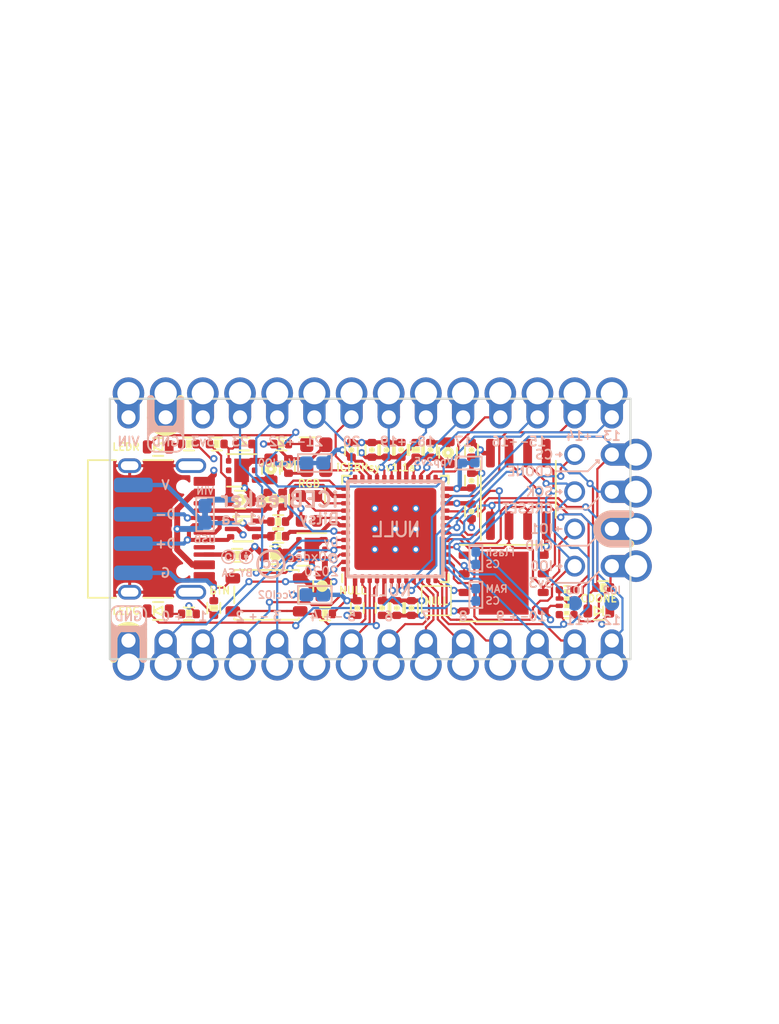
<source format=kicad_pcb>
(kicad_pcb (version 20171130) (host pcbnew "(5.1.6)-1")
  (title_block (title iCEBreaker-bitsy) (date 2020-08-04) (rev v1.1a) (company 1BitSquared) (comment 1 "© 2018-2020 1BitSquared <info@1bitsquared.com>") (comment 2 "© 2018-2020 Piotr Esden-Tempski <piotr@esden.net>") (comment 3 "© 2020 Jordi Pakey-Rodriguez <jordi@0xdec.im>") (comment 4 "License: CC BY-SA 4.0"))
  (layers (0 F.Cu signal) (1 In1.Cu signal) (2 In2.Cu signal) (31 B.Cu signal) (34 B.Paste user) (35 F.Paste user) (36 B.SilkS user) (37 F.SilkS user) (38 B.Mask user) (39 F.Mask user) (44 Edge.Cuts user))
  (net 0 "")
  (net 1 +3V3)
  (net 2 +1V2)
  (net 3 GND)
  (net 4 /CLK)
  (net 5 /USB_N)
  (net 6 /USB_P)
  (net 7 /USB_DET)
  (net 8 /VCCIO_2)
  (net 9 /SBU2)
  (net 10 /CC1)
  (net 11 /SBU1)
  (net 12 /CC2)
  (net 13 /SHIELD)
  (net 14 VIN)
  (net 15 VBUS)
  (net 16 "Net-(U2-Pad5)")
  (net 17 "Net-(U2-Pad2)")
  (net 18 "Net-(U3-Pad5)")
  (net 19 "Net-(U3-Pad2)")
  (net 20 /xD+)
  (net 21 /xD-)
  (net 22 /iD+)
  (net 23 /iD-)
  (net 24 /CLK_EN)
  (net 25 /3V3_EN)
  (net 26 /VCCPLL)
  (net 27 /VPP_2V5)
  (net 28 /~RGB0)
  (net 29 /~RGB1)
  (net 30 /~RGB2)
  (net 31 "Net-(D1-PadA)")
  (net 32 "Net-(D2-PadA)")
  (net 33 /VCCIO_0)
  (net 34 /IOB_0a)
  (net 35 /IOB_2a)
  (net 36 /IOB_3b_G6)
  (net 37 /IOB_4a)
  (net 38 /IOB_5b)
  (net 39 /IOB_8a)
  (net 40 /IOB_9b)
  (net 41 /IOT_37a)
  (net 42 /IOT_38b)
  (net 43 /IOT_39a)
  (net 44 /IOT_41a)
  (net 45 /IOT_42b)
  (net 46 /IOT_43a)
  (net 47 /IOT_44b)
  (net 48 /IOT_48b)
  (net 49 /IOB_16a)
  (net 50 /IOB_23b)
  (net 51 /IOB_25b_G3)
  (net 52 /IOB_22a)
  (net 53 /IOB_20a)
  (net 54 /IOB_18a)
  (net 55 /IOT_36b-~LEDR)
  (net 56 /IOB_13b-~LEDG)
  (net 57 /CDONE)
  (net 58 /IOB_24a)
  (net 59 /IOT_49a)
  (net 60 /SPI_~CS)
  (net 61 /SPI_SCK)
  (net 62 /SPI_MISO-IO1)
  (net 63 /SPI_MOSI-IO0)
  (net 64 /SPI_~HLD~-IO3)
  (net 65 /SPI_~WP~-IO2)
  (net 66 /RAM_~CS)
  (net 67 /FLASH_~CS)
  (net 68 /~CRESET)
  (net 69 /~BTN)
  (module pkl_logos:null_Logo_SilkS_6.5mm (layer B.Cu) (at 119.5 100 180)
    (fp_text reference LOGO1)
    (fp_text value 1BitSquared)
  )
  (module pkl_logos:null_Logo_SilkS_2mm (layer F.Cu) (at 122.3 104.9)
    (fp_text reference REF** hide)
    (fp_text value null_Logo_SilkS_2mm hide)
  )
  (module pkl_dipol:D_0603 (layer F.Cu) (at 133.4 105.6 180)
    (fp_text reference D3)
    (fp_text value BLU hide)
    (pad C smd roundrect (at -0.75 0) (size 0.6 0.9) (layers F.Cu F.Paste F.Mask) (net 3 GND))
    (pad A smd roundrect (at 0.75 0) (size 0.6 0.9) (layers F.Cu F.Paste F.Mask) (net 57 /CDONE))
  )
  (module pkl_dipol:R_0402 (layer F.Cu) (at 133.7 104)
    (fp_text reference R13)
    (fp_text value 2k2 hide)
    (pad 1 smd roundrect (at -0.5 0) (size 0.5 0.6) (layers F.Cu F.Paste F.Mask) (net 57 /CDONE))
    (pad 2 smd roundrect (at 0.5 0) (size 0.5 0.6) (layers F.Cu F.Paste F.Mask) (net 1 +3V3))
  )
  (module pkl_led:LED_TRI_2020 (layer F.Cu) (at 113.6 98.6 270)
    (fp_text reference D4)
    (fp_text value FM-B2020RGBA-HG hide)
    (pad 4 smd roundrect (at -0.85 0.55 270) (size 0.8 0.7) (layers F.Cu F.Paste F.Mask) (net 29 /~RGB1))
    (pad 3 smd roundrect (at 0.85 0.55 270) (size 0.8 0.7) (layers F.Cu F.Paste F.Mask) (net 1 +3V3))
    (pad 2 smd roundrect (at 0.85 -0.55 270) (size 0.8 0.7) (layers F.Cu F.Paste F.Mask) (net 30 /~RGB2))
    (pad 1 smd roundrect (at -0.85 -0.55 270) (size 0.8 0.7) (layers F.Cu F.Paste F.Mask) (net 28 /~RGB0))
  )
  (module pkl_pin_headers:Pin_Header_Straight_Round_1x01 (layer F.Cu) (at 131.75 102.54)
    (fp_text reference P39 hide)
    (fp_text value MOSI hide)
    (pad 1 thru_hole circle (at 0 0) (size 1.4224 1.4224) (drill 0.9652) (layers *.Cu *.Mask) (net 63 /SPI_MOSI-IO0))
  )
  (module pkl_pin_headers:Pin_Header_Straight_Round_1x01 (layer F.Cu) (at 131.75 100)
    (fp_text reference P38 hide)
    (fp_text value MISO hide)
    (pad 1 thru_hole circle (at 0 0) (size 1.4224 1.4224) (drill 0.9652) (layers *.Cu *.Mask) (net 62 /SPI_MISO-IO1))
  )
  (module pkl_pin_headers:Pin_Header_Straight_Round_1x01 (layer F.Cu) (at 131.75 97.46)
    (fp_text reference P37 hide)
    (fp_text value SCK hide)
    (pad 1 thru_hole circle (at 0 0) (size 1.4224 1.4224) (drill 0.9652) (layers *.Cu *.Mask) (net 61 /SPI_SCK))
  )
  (module pkl_pin_headers:Pin_Header_Straight_Round_1x01 (layer F.Cu) (at 131.75 94.92)
    (fp_text reference P36 hide)
    (fp_text value CS hide)
    (pad 1 thru_hole circle (at 0 0) (size 1.4224 1.4224) (drill 0.9652) (layers *.Cu *.Mask) (net 60 /SPI_~CS))
  )
  (module Package_SON:WSON-8-1EP_6x5mm_P1.27mm_EP3.4x4.3mm (layer F.Cu) (at 126.9 103.7 180)
    (fp_text reference U5 hide)
    (fp_text value W25Q hide)
    (pad 9 smd rect (at 0 0 180) (size 3.4 4.3) (layers F.Cu F.Mask))
    (pad 8 smd roundrect (at 2.7 -1.905 180) (size 0.75 0.5) (layers F.Cu F.Paste F.Mask) (net 1 +3V3))
    (pad 7 smd roundrect (at 2.7 -0.635 180) (size 0.75 0.5) (layers F.Cu F.Paste F.Mask) (net 64 /SPI_~HLD~-IO3))
    (pad 6 smd roundrect (at 2.7 0.635 180) (size 0.75 0.5) (layers F.Cu F.Paste F.Mask) (net 61 /SPI_SCK))
    (pad 5 smd roundrect (at 2.7 1.905 180) (size 0.75 0.5) (layers F.Cu F.Paste F.Mask) (net 63 /SPI_MOSI-IO0))
    (pad 4 smd roundrect (at -2.7 1.905 180) (size 0.75 0.5) (layers F.Cu F.Paste F.Mask) (net 3 GND))
    (pad 3 smd roundrect (at -2.7 0.635 180) (size 0.75 0.5) (layers F.Cu F.Paste F.Mask) (net 65 /SPI_~WP~-IO2))
    (pad 2 smd roundrect (at -2.7 -0.635 180) (size 0.75 0.5) (layers F.Cu F.Paste F.Mask) (net 62 /SPI_MISO-IO1))
    (pad 1 smd roundrect (at -2.7 -1.905 180) (size 0.75 0.5) (layers F.Cu F.Paste F.Mask) (net 67 /FLASH_~CS))
  )
  (module pkl_pads:PAD_SMD_R_1x1 (layer B.Cu) (at 134.29 105.08)
    (fp_text reference P41)
    (fp_text value IO2)
    (pad 1 smd oval (at 0 0) (size 1 1) (layers B.Cu B.Mask) (net 65 /SPI_~WP~-IO2))
  )
  (module pkl_pads:PAD_SMD_R_1x1 (layer B.Cu) (at 131.75 105.08)
    (fp_text reference P40)
    (fp_text value IO3)
    (pad 1 smd oval (at 0 0) (size 1 1) (layers B.Cu B.Mask) (net 64 /SPI_~HLD~-IO3))
  )
  (module pkl_dipol:R_Array_Convex_4x0402 (layer F.Cu) (at 131.2 105 180)
    (fp_text reference R9)
    (fp_text value 10k)
    (pad 8 smd roundrect (at 0.5 0.85 180) (size 0.5 0.5) (layers F.Cu F.Paste F.Mask) (net 1 +3V3))
    (pad 6 smd roundrect (at 0.5 0.25 180) (size 0.5 0.3) (layers F.Cu F.Paste F.Mask) (net 1 +3V3))
    (pad 4 smd roundrect (at 0.5 -0.25 180) (size 0.5 0.3) (layers F.Cu F.Paste F.Mask) (net 67 /FLASH_~CS))
    (pad 2 smd roundrect (at 0.5 -0.85 180) (size 0.5 0.5) (layers F.Cu F.Paste F.Mask) (net 61 /SPI_SCK))
    (pad 7 smd roundrect (at -0.5 0.85 180) (size 0.5 0.5) (layers F.Cu F.Paste F.Mask) (net 66 /RAM_~CS))
    (pad 1 smd roundrect (at -0.5 -0.85 180) (size 0.5 0.5) (layers F.Cu F.Paste F.Mask) (net 1 +3V3))
    (pad 5 smd roundrect (at -0.5 0.25 180) (size 0.5 0.3) (layers F.Cu F.Paste F.Mask) (net 68 /~CRESET))
    (pad 3 smd roundrect (at -0.5 -0.25 180) (size 0.5 0.3) (layers F.Cu F.Paste F.Mask) (net 1 +3V3))
  )
  (module pkl_pin_headers:Pin_Header_Straight_Round_1x01_Castellated (layer F.Cu) (at 126.67 107.62)
    (fp_text reference P9 hide)
    (fp_text value 9 hide)
    (pad 1 smd rect (at 0 0.635) (size 1.524 1.27) (layers B.Cu B.Mask) (net 52 /IOB_22a))
    (pad 1 smd rect (at 0 0.635) (size 1.524 1.27) (layers F.Cu F.Mask) (net 52 /IOB_22a))
    (pad 1 thru_hole circle (at 0 1.651) (size 2.159 2.159) (drill 1.524) (layers *.Cu *.Mask) (net 52 /IOB_22a))
    (pad 1 thru_hole circle (at 0 0) (size 1.524 1.524) (drill 0.9652) (layers *.Cu *.Mask) (net 52 /IOB_22a))
  )
  (module pkl_pin_headers:Pin_Header_Straight_Round_1x01_Castellated (layer F.Cu) (at 124.13 107.62)
    (fp_text reference P8 hide)
    (fp_text value 8 hide)
    (pad 1 smd rect (at 0 0.635) (size 1.524 1.27) (layers B.Cu B.Mask) (net 53 /IOB_20a))
    (pad 1 smd rect (at 0 0.635) (size 1.524 1.27) (layers F.Cu F.Mask) (net 53 /IOB_20a))
    (pad 1 thru_hole circle (at 0 1.651) (size 2.159 2.159) (drill 1.524) (layers *.Cu *.Mask) (net 53 /IOB_20a))
    (pad 1 thru_hole circle (at 0 0) (size 1.524 1.524) (drill 0.9652) (layers *.Cu *.Mask) (net 53 /IOB_20a))
  )
  (module pkl_pin_headers:Pin_Header_Straight_Round_1x01_Castellated (layer F.Cu) (at 119.05 107.62)
    (fp_text reference P6 hide)
    (fp_text value 6 hide)
    (pad 1 smd rect (at 0 0.635) (size 1.524 1.27) (layers B.Cu B.Mask) (net 49 /IOB_16a))
    (pad 1 smd rect (at 0 0.635) (size 1.524 1.27) (layers F.Cu F.Mask) (net 49 /IOB_16a))
    (pad 1 thru_hole circle (at 0 1.651) (size 2.159 2.159) (drill 1.524) (layers *.Cu *.Mask) (net 49 /IOB_16a))
    (pad 1 thru_hole circle (at 0 0) (size 1.524 1.524) (drill 0.9652) (layers *.Cu *.Mask) (net 49 /IOB_16a))
  )
  (module pkl_pin_headers:Pin_Header_Straight_Round_1x01_Castellated (layer F.Cu) (at 121.59 107.62)
    (fp_text reference P7 hide)
    (fp_text value 7 hide)
    (pad 1 smd rect (at 0 0.635) (size 1.524 1.27) (layers B.Cu B.Mask) (net 54 /IOB_18a))
    (pad 1 smd rect (at 0 0.635) (size 1.524 1.27) (layers F.Cu F.Mask) (net 54 /IOB_18a))
    (pad 1 thru_hole circle (at 0 1.651) (size 2.159 2.159) (drill 1.524) (layers *.Cu *.Mask) (net 54 /IOB_18a))
    (pad 1 thru_hole circle (at 0 0) (size 1.524 1.524) (drill 0.9652) (layers *.Cu *.Mask) (net 54 /IOB_18a))
  )
  (module pkl_pin_headers:Pin_Header_Straight_Round_1x01_Castellated (layer F.Cu) (at 116.51 107.62)
    (fp_text reference P5 hide)
    (fp_text value 5 hide)
    (pad 1 smd rect (at 0 0.635) (size 1.524 1.27) (layers B.Cu B.Mask) (net 40 /IOB_9b))
    (pad 1 smd rect (at 0 0.635) (size 1.524 1.27) (layers F.Cu F.Mask) (net 40 /IOB_9b))
    (pad 1 thru_hole circle (at 0 1.651) (size 2.159 2.159) (drill 1.524) (layers *.Cu *.Mask) (net 40 /IOB_9b))
    (pad 1 thru_hole circle (at 0 0) (size 1.524 1.524) (drill 0.9652) (layers *.Cu *.Mask) (net 40 /IOB_9b))
  )
  (module pkl_pin_headers:Pin_Header_Straight_Round_1x01_Castellated (layer F.Cu) (at 111.43 107.62)
    (fp_text reference P3 hide)
    (fp_text value 3 hide)
    (pad 1 smd rect (at 0 0.635) (size 1.524 1.27) (layers B.Cu B.Mask) (net 38 /IOB_5b))
    (pad 1 smd rect (at 0 0.635) (size 1.524 1.27) (layers F.Cu F.Mask) (net 38 /IOB_5b))
    (pad 1 thru_hole circle (at 0 1.651) (size 2.159 2.159) (drill 1.524) (layers *.Cu *.Mask) (net 38 /IOB_5b))
    (pad 1 thru_hole circle (at 0 0) (size 1.524 1.524) (drill 0.9652) (layers *.Cu *.Mask) (net 38 /IOB_5b))
  )
  (module pkl_pin_headers:Pin_Header_Straight_Round_1x01_Castellated (layer F.Cu) (at 113.97 107.62)
    (fp_text reference P4 hide)
    (fp_text value 4 hide)
    (pad 1 smd rect (at 0 0.635) (size 1.524 1.27) (layers B.Cu B.Mask) (net 39 /IOB_8a))
    (pad 1 smd rect (at 0 0.635) (size 1.524 1.27) (layers F.Cu F.Mask) (net 39 /IOB_8a))
    (pad 1 thru_hole circle (at 0 1.651) (size 2.159 2.159) (drill 1.524) (layers *.Cu *.Mask) (net 39 /IOB_8a))
    (pad 1 thru_hole circle (at 0 0) (size 1.524 1.524) (drill 0.9652) (layers *.Cu *.Mask) (net 39 /IOB_8a))
  )
  (module pkl_pin_headers:Pin_Header_Straight_Round_1x01_Castellated (layer F.Cu) (at 106.35 107.62)
    (fp_text reference P1 hide)
    (fp_text value 1 hide)
    (pad 1 smd rect (at 0 0.635) (size 1.524 1.27) (layers B.Cu B.Mask) (net 36 /IOB_3b_G6))
    (pad 1 smd rect (at 0 0.635) (size 1.524 1.27) (layers F.Cu F.Mask) (net 36 /IOB_3b_G6))
    (pad 1 thru_hole circle (at 0 1.651) (size 2.159 2.159) (drill 1.524) (layers *.Cu *.Mask) (net 36 /IOB_3b_G6))
    (pad 1 thru_hole circle (at 0 0) (size 1.524 1.524) (drill 0.9652) (layers *.Cu *.Mask) (net 36 /IOB_3b_G6))
  )
  (module pkl_pin_headers:Pin_Header_Straight_Round_1x01_Castellated (layer F.Cu) (at 108.89 107.62)
    (fp_text reference P2 hide)
    (fp_text value 2 hide)
    (pad 1 smd rect (at 0 0.635) (size 1.524 1.27) (layers B.Cu B.Mask) (net 37 /IOB_4a))
    (pad 1 smd rect (at 0 0.635) (size 1.524 1.27) (layers F.Cu F.Mask) (net 37 /IOB_4a))
    (pad 1 thru_hole circle (at 0 1.651) (size 2.159 2.159) (drill 1.524) (layers *.Cu *.Mask) (net 37 /IOB_4a))
    (pad 1 thru_hole circle (at 0 0) (size 1.524 1.524) (drill 0.9652) (layers *.Cu *.Mask) (net 37 /IOB_4a))
  )
  (module pkl_pin_headers:Pin_Header_Straight_Round_1x01_Castellated (layer F.Cu) (at 103.81 107.62)
    (fp_text reference P0 hide)
    (fp_text value 0 hide)
    (pad 1 smd rect (at 0 0.635) (size 1.524 1.27) (layers B.Cu B.Mask) (net 35 /IOB_2a))
    (pad 1 smd rect (at 0 0.635) (size 1.524 1.27) (layers F.Cu F.Mask) (net 35 /IOB_2a))
    (pad 1 thru_hole circle (at 0 1.651) (size 2.159 2.159) (drill 1.524) (layers *.Cu *.Mask) (net 35 /IOB_2a))
    (pad 1 thru_hole circle (at 0 0) (size 1.524 1.524) (drill 0.9652) (layers *.Cu *.Mask) (net 35 /IOB_2a))
  )
  (module pkl_pin_headers:Pin_Header_Straight_Round_1x01_Castellated (layer F.Cu) (at 126.67 92.38 180)
    (fp_text reference P16 hide)
    (fp_text value 16 hide)
    (pad 1 smd rect (at 0 0.635 180) (size 1.524 1.27) (layers B.Cu B.Mask) (net 43 /IOT_39a))
    (pad 1 smd rect (at 0 0.635 180) (size 1.524 1.27) (layers F.Cu F.Mask) (net 43 /IOT_39a))
    (pad 1 thru_hole circle (at 0 1.651 180) (size 2.159 2.159) (drill 1.524) (layers *.Cu *.Mask) (net 43 /IOT_39a))
    (pad 1 thru_hole circle (at 0 0 180) (size 1.524 1.524) (drill 0.9652) (layers *.Cu *.Mask) (net 43 /IOT_39a))
  )
  (module pkl_pin_headers:Pin_Header_Straight_Round_1x01_Castellated (layer F.Cu) (at 134.29 97.46 90)
    (fp_text reference P31 hide)
    (fp_text value CRESET hide)
    (pad 1 smd rect (at 0 0.635 90) (size 1.524 1.27) (layers B.Cu B.Mask) (net 68 /~CRESET))
    (pad 1 smd rect (at 0 0.635 90) (size 1.524 1.27) (layers F.Cu F.Mask) (net 68 /~CRESET))
    (pad 1 thru_hole circle (at 0 1.651 90) (size 2.159 2.159) (drill 1.524) (layers *.Cu *.Mask) (net 68 /~CRESET))
    (pad 1 thru_hole circle (at 0 0 90) (size 1.524 1.524) (drill 0.9652) (layers *.Cu *.Mask) (net 68 /~CRESET))
  )
  (module pkl_pin_headers:Pin_Header_Straight_Round_1x01_Castellated (layer F.Cu) (at 134.29 94.92 90)
    (fp_text reference P30 hide)
    (fp_text value CDONE hide)
    (pad 1 smd rect (at 0 0.635 90) (size 1.524 1.27) (layers B.Cu B.Mask) (net 57 /CDONE))
    (pad 1 smd rect (at 0 0.635 90) (size 1.524 1.27) (layers F.Cu F.Mask) (net 57 /CDONE))
    (pad 1 thru_hole circle (at 0 1.651 90) (size 2.159 2.159) (drill 1.524) (layers *.Cu *.Mask) (net 57 /CDONE))
    (pad 1 thru_hole circle (at 0 0 90) (size 1.524 1.524) (drill 0.9652) (layers *.Cu *.Mask) (net 57 /CDONE))
  )
  (module pkl_pin_headers:Pin_Header_Straight_Round_1x01_Castellated (layer F.Cu) (at 129.21 107.62)
    (fp_text reference P10 hide)
    (fp_text value 10 hide)
    (pad 1 smd rect (at 0 0.635) (size 1.524 1.27) (layers B.Cu B.Mask) (net 50 /IOB_23b))
    (pad 1 smd rect (at 0 0.635) (size 1.524 1.27) (layers F.Cu F.Mask) (net 50 /IOB_23b))
    (pad 1 thru_hole circle (at 0 1.651) (size 2.159 2.159) (drill 1.524) (layers *.Cu *.Mask) (net 50 /IOB_23b))
    (pad 1 thru_hole circle (at 0 0) (size 1.524 1.524) (drill 0.9652) (layers *.Cu *.Mask) (net 50 /IOB_23b))
  )
  (module pkl_pin_headers:Pin_Header_Straight_Round_1x01_Castellated (layer F.Cu) (at 131.75 107.62)
    (fp_text reference P11 hide)
    (fp_text value 11 hide)
    (pad 1 smd rect (at 0 0.635) (size 1.524 1.27) (layers B.Cu B.Mask) (net 58 /IOB_24a))
    (pad 1 smd rect (at 0 0.635) (size 1.524 1.27) (layers F.Cu F.Mask) (net 58 /IOB_24a))
    (pad 1 thru_hole circle (at 0 1.651) (size 2.159 2.159) (drill 1.524) (layers *.Cu *.Mask) (net 58 /IOB_24a))
    (pad 1 thru_hole circle (at 0 0) (size 1.524 1.524) (drill 0.9652) (layers *.Cu *.Mask) (net 58 /IOB_24a))
  )
  (module pkl_pin_headers:Pin_Header_Straight_Round_1x01_Castellated (layer F.Cu) (at 134.29 107.62)
    (fp_text reference P12 hide)
    (fp_text value 12 hide)
    (pad 1 smd rect (at 0 0.635) (size 1.524 1.27) (layers B.Cu B.Mask) (net 51 /IOB_25b_G3))
    (pad 1 smd rect (at 0 0.635) (size 1.524 1.27) (layers F.Cu F.Mask) (net 51 /IOB_25b_G3))
    (pad 1 thru_hole circle (at 0 1.651) (size 2.159 2.159) (drill 1.524) (layers *.Cu *.Mask) (net 51 /IOB_25b_G3))
    (pad 1 thru_hole circle (at 0 0) (size 1.524 1.524) (drill 0.9652) (layers *.Cu *.Mask) (net 51 /IOB_25b_G3))
  )
  (module pkl_pin_headers:Pin_Header_Straight_Round_1x01_Castellated (layer F.Cu) (at 131.75 92.38 180)
    (fp_text reference P14 hide)
    (fp_text value 14 hide)
    (pad 1 smd rect (at 0 0.635 180) (size 1.524 1.27) (layers B.Cu B.Mask) (net 41 /IOT_37a))
    (pad 1 smd rect (at 0 0.635 180) (size 1.524 1.27) (layers F.Cu F.Mask) (net 41 /IOT_37a))
    (pad 1 thru_hole circle (at 0 1.651 180) (size 2.159 2.159) (drill 1.524) (layers *.Cu *.Mask) (net 41 /IOT_37a))
    (pad 1 thru_hole circle (at 0 0 180) (size 1.524 1.524) (drill 0.9652) (layers *.Cu *.Mask) (net 41 /IOT_37a))
  )
  (module pkl_pin_headers:Pin_Header_Straight_Round_1x01_Castellated (layer F.Cu) (at 134.29 92.38 180)
    (fp_text reference P13 hide)
    (fp_text value 13 hide)
    (pad 1 smd rect (at 0 0.635 180) (size 1.524 1.27) (layers B.Cu B.Mask) (net 55 /IOT_36b-~LEDR))
    (pad 1 smd rect (at 0 0.635 180) (size 1.524 1.27) (layers F.Cu F.Mask) (net 55 /IOT_36b-~LEDR))
    (pad 1 thru_hole circle (at 0 1.651 180) (size 2.159 2.159) (drill 1.524) (layers *.Cu *.Mask) (net 55 /IOT_36b-~LEDR))
    (pad 1 thru_hole circle (at 0 0 180) (size 1.524 1.524) (drill 0.9652) (layers *.Cu *.Mask) (net 55 /IOT_36b-~LEDR))
  )
  (module pkl_pin_headers:Pin_Header_Straight_Round_1x01_Castellated (layer F.Cu) (at 108.89 92.38 180)
    (fp_text reference P23 hide)
    (fp_text value 23 hide)
    (pad 1 smd rect (at 0 0.635 180) (size 1.524 1.27) (layers B.Cu B.Mask) (net 34 /IOB_0a))
    (pad 1 smd rect (at 0 0.635 180) (size 1.524 1.27) (layers F.Cu F.Mask) (net 34 /IOB_0a))
    (pad 1 thru_hole circle (at 0 1.651 180) (size 2.159 2.159) (drill 1.524) (layers *.Cu *.Mask) (net 34 /IOB_0a))
    (pad 1 thru_hole circle (at 0 0 180) (size 1.524 1.524) (drill 0.9652) (layers *.Cu *.Mask) (net 34 /IOB_0a))
  )
  (module pkl_pin_headers:Pin_Header_Straight_Round_1x01_Castellated (layer F.Cu) (at 111.43 92.38 180)
    (fp_text reference P22 hide)
    (fp_text value 22 hide)
    (pad 1 smd rect (at 0 0.635 180) (size 1.524 1.27) (layers B.Cu B.Mask) (net 59 /IOT_49a))
    (pad 1 smd rect (at 0 0.635 180) (size 1.524 1.27) (layers F.Cu F.Mask) (net 59 /IOT_49a))
    (pad 1 thru_hole circle (at 0 1.651 180) (size 2.159 2.159) (drill 1.524) (layers *.Cu *.Mask) (net 59 /IOT_49a))
    (pad 1 thru_hole circle (at 0 0 180) (size 1.524 1.524) (drill 0.9652) (layers *.Cu *.Mask) (net 59 /IOT_49a))
  )
  (module pkl_pin_headers:Pin_Header_Straight_Round_1x01_Castellated (layer F.Cu) (at 113.97 92.38 180)
    (fp_text reference P21 hide)
    (fp_text value 21 hide)
    (pad 1 smd rect (at 0 0.635 180) (size 1.524 1.27) (layers B.Cu B.Mask) (net 48 /IOT_48b))
    (pad 1 smd rect (at 0 0.635 180) (size 1.524 1.27) (layers F.Cu F.Mask) (net 48 /IOT_48b))
    (pad 1 thru_hole circle (at 0 1.651 180) (size 2.159 2.159) (drill 1.524) (layers *.Cu *.Mask) (net 48 /IOT_48b))
    (pad 1 thru_hole circle (at 0 0 180) (size 1.524 1.524) (drill 0.9652) (layers *.Cu *.Mask) (net 48 /IOT_48b))
  )
  (module pkl_pin_headers:Pin_Header_Straight_Round_1x01_Castellated (layer F.Cu) (at 116.51 92.38 180)
    (fp_text reference P20 hide)
    (fp_text value 20 hide)
    (pad 1 smd rect (at 0 0.635 180) (size 1.524 1.27) (layers B.Cu B.Mask) (net 47 /IOT_44b))
    (pad 1 smd rect (at 0 0.635 180) (size 1.524 1.27) (layers F.Cu F.Mask) (net 47 /IOT_44b))
    (pad 1 thru_hole circle (at 0 1.651 180) (size 2.159 2.159) (drill 1.524) (layers *.Cu *.Mask) (net 47 /IOT_44b))
    (pad 1 thru_hole circle (at 0 0 180) (size 1.524 1.524) (drill 0.9652) (layers *.Cu *.Mask) (net 47 /IOT_44b))
  )
  (module pkl_pin_headers:Pin_Header_Straight_Round_1x01_Castellated (layer F.Cu) (at 119.05 92.38 180)
    (fp_text reference P19 hide)
    (fp_text value 19 hide)
    (pad 1 smd rect (at 0 0.635 180) (size 1.524 1.27) (layers B.Cu B.Mask) (net 46 /IOT_43a))
    (pad 1 smd rect (at 0 0.635 180) (size 1.524 1.27) (layers F.Cu F.Mask) (net 46 /IOT_43a))
    (pad 1 thru_hole circle (at 0 1.651 180) (size 2.159 2.159) (drill 1.524) (layers *.Cu *.Mask) (net 46 /IOT_43a))
    (pad 1 thru_hole circle (at 0 0 180) (size 1.524 1.524) (drill 0.9652) (layers *.Cu *.Mask) (net 46 /IOT_43a))
  )
  (module pkl_pin_headers:Pin_Header_Straight_Round_1x01_Castellated (layer F.Cu) (at 124.13 92.38 180)
    (fp_text reference P17 hide)
    (fp_text value 17 hide)
    (pad 1 smd rect (at 0 0.635 180) (size 1.524 1.27) (layers B.Cu B.Mask) (net 44 /IOT_41a))
    (pad 1 smd rect (at 0 0.635 180) (size 1.524 1.27) (layers F.Cu F.Mask) (net 44 /IOT_41a))
    (pad 1 thru_hole circle (at 0 1.651 180) (size 2.159 2.159) (drill 1.524) (layers *.Cu *.Mask) (net 44 /IOT_41a))
    (pad 1 thru_hole circle (at 0 0 180) (size 1.524 1.524) (drill 0.9652) (layers *.Cu *.Mask) (net 44 /IOT_41a))
  )
  (module pkl_pin_headers:Pin_Header_Straight_Round_1x01_Castellated (layer F.Cu) (at 121.59 92.38 180)
    (fp_text reference P18 hide)
    (fp_text value 18 hide)
    (pad 1 smd rect (at 0 0.635 180) (size 1.524 1.27) (layers B.Cu B.Mask) (net 45 /IOT_42b))
    (pad 1 smd rect (at 0 0.635 180) (size 1.524 1.27) (layers F.Cu F.Mask) (net 45 /IOT_42b))
    (pad 1 thru_hole circle (at 0 1.651 180) (size 2.159 2.159) (drill 1.524) (layers *.Cu *.Mask) (net 45 /IOT_42b))
    (pad 1 thru_hole circle (at 0 0 180) (size 1.524 1.524) (drill 0.9652) (layers *.Cu *.Mask) (net 45 /IOT_42b))
  )
  (module pkl_pin_headers:Pin_Header_Straight_Round_1x01_Castellated (layer F.Cu) (at 129.21 92.38 180)
    (fp_text reference P15 hide)
    (fp_text value 15 hide)
    (pad 1 smd rect (at 0 0.635 180) (size 1.524 1.27) (layers B.Cu B.Mask) (net 42 /IOT_38b))
    (pad 1 smd rect (at 0 0.635 180) (size 1.524 1.27) (layers F.Cu F.Mask) (net 42 /IOT_38b))
    (pad 1 thru_hole circle (at 0 1.651 180) (size 2.159 2.159) (drill 1.524) (layers *.Cu *.Mask) (net 42 /IOT_38b))
    (pad 1 thru_hole circle (at 0 0 180) (size 1.524 1.524) (drill 0.9652) (layers *.Cu *.Mask) (net 42 /IOT_38b))
  )
  (module pkl_pin_headers:Pin_Header_Straight_Round_1x01_Castellated (layer F.Cu) (at 103.81 92.38 180)
    (fp_text reference P26 hide)
    (fp_text value GND hide)
    (pad 1 smd rect (at 0 0.635 180) (size 1.524 1.27) (layers B.Cu B.Mask) (net 3 GND))
    (pad 1 smd rect (at 0 0.635 180) (size 1.524 1.27) (layers F.Cu F.Mask) (net 3 GND))
    (pad 1 thru_hole circle (at 0 1.651 180) (size 2.159 2.159) (drill 1.524) (layers *.Cu *.Mask) (net 3 GND))
    (pad 1 thru_hole circle (at 0 0 180) (size 1.524 1.524) (drill 0.9652) (layers *.Cu *.Mask) (net 3 GND))
  )
  (module pkl_pin_headers:Pin_Header_Straight_Round_1x01_Castellated (layer F.Cu) (at 134.29 100 90)
    (fp_text reference P25 hide)
    (fp_text value GND hide)
    (pad 1 smd rect (at 0 0.635 90) (size 1.524 1.27) (layers B.Cu B.Mask) (net 3 GND))
    (pad 1 smd rect (at 0 0.635 90) (size 1.524 1.27) (layers F.Cu F.Mask) (net 3 GND))
    (pad 1 thru_hole circle (at 0 1.651 90) (size 2.159 2.159) (drill 1.524) (layers *.Cu *.Mask) (net 3 GND))
    (pad 1 thru_hole circle (at 0 0 90) (size 1.524 1.524) (drill 0.9652) (layers *.Cu *.Mask) (net 3 GND))
  )
  (module pkl_pin_headers:Pin_Header_Straight_Round_1x01_Castellated (layer F.Cu) (at 101.27 107.62)
    (fp_text reference P24 hide)
    (fp_text value GND hide)
    (pad 1 smd rect (at 0 0.635) (size 1.524 1.27) (layers B.Cu B.Mask) (net 3 GND))
    (pad 1 smd rect (at 0 0.635) (size 1.524 1.27) (layers F.Cu F.Mask) (net 3 GND))
    (pad 1 thru_hole circle (at 0 1.651) (size 2.159 2.159) (drill 1.524) (layers *.Cu *.Mask) (net 3 GND))
    (pad 1 thru_hole circle (at 0 0) (size 1.524 1.524) (drill 0.9652) (layers *.Cu *.Mask) (net 3 GND))
  )
  (module pkl_pin_headers:Pin_Header_Straight_Round_1x01_Castellated (layer F.Cu) (at 101.27 92.38 180)
    (fp_text reference P29 hide)
    (fp_text value VIN hide)
    (pad 1 smd rect (at 0 0.635 180) (size 1.524 1.27) (layers B.Cu B.Mask) (net 14 VIN))
    (pad 1 smd rect (at 0 0.635 180) (size 1.524 1.27) (layers F.Cu F.Mask) (net 14 VIN))
    (pad 1 thru_hole circle (at 0 1.651 180) (size 2.159 2.159) (drill 1.524) (layers *.Cu *.Mask) (net 14 VIN))
    (pad 1 thru_hole circle (at 0 0 180) (size 1.524 1.524) (drill 0.9652) (layers *.Cu *.Mask) (net 14 VIN))
  )
  (module pkl_pin_headers:Pin_Header_Straight_Round_1x01_Castellated (layer F.Cu) (at 134.29 102.54 90)
    (fp_text reference P28 hide)
    (fp_text value 3V3 hide)
    (pad 1 smd rect (at 0 0.635 90) (size 1.524 1.27) (layers B.Cu B.Mask) (net 1 +3V3))
    (pad 1 smd rect (at 0 0.635 90) (size 1.524 1.27) (layers F.Cu F.Mask) (net 1 +3V3))
    (pad 1 thru_hole circle (at 0 1.651 90) (size 2.159 2.159) (drill 1.524) (layers *.Cu *.Mask) (net 1 +3V3))
    (pad 1 thru_hole circle (at 0 0 90) (size 1.524 1.524) (drill 0.9652) (layers *.Cu *.Mask) (net 1 +3V3))
  )
  (module pkl_pin_headers:Pin_Header_Straight_Round_1x01_Castellated (layer F.Cu) (at 106.35 92.38 180)
    (fp_text reference P27 hide)
    (fp_text value 3V3 hide)
    (pad 1 smd rect (at 0 0.635 180) (size 1.524 1.27) (layers B.Cu B.Mask) (net 1 +3V3))
    (pad 1 smd rect (at 0 0.635 180) (size 1.524 1.27) (layers F.Cu F.Mask) (net 1 +3V3))
    (pad 1 thru_hole circle (at 0 1.651 180) (size 2.159 2.159) (drill 1.524) (layers *.Cu *.Mask) (net 1 +3V3))
    (pad 1 thru_hole circle (at 0 0 180) (size 1.524 1.524) (drill 0.9652) (layers *.Cu *.Mask) (net 1 +3V3))
  )
  (module pkl_pads:PAD_SMD_1x2.65_ROUNDED (layer B.Cu) (at 101.6 97)
    (fp_text reference P32)
    (fp_text value UP hide)
    (pad 1 smd roundrect (at 0 0) (size 2.65 1) (layers B.Cu B.Mask) (net 15 VBUS))
  )
  (module pkl_pads:PAD_SMD_1x2.65_ROUNDED (layer B.Cu) (at 101.6 99)
    (fp_text reference P33)
    (fp_text value UP hide)
    (pad 1 smd roundrect (at 0 0) (size 2.65 1) (layers B.Cu B.Mask) (net 21 /xD-))
  )
  (module pkl_pads:PAD_SMD_1x2.65_ROUNDED (layer B.Cu) (at 101.6 101)
    (fp_text reference P34)
    (fp_text value UP hide)
    (pad 1 smd roundrect (at 0 0) (size 2.65 1) (layers B.Cu B.Mask) (net 20 /xD+))
  )
  (module pkl_pads:PAD_SMD_1x2.65_ROUNDED (layer B.Cu) (at 101.6 103)
    (fp_text reference P35)
    (fp_text value UP hide)
    (pad 1 smd roundrect (at 0 0) (size 2.65 1) (layers B.Cu B.Mask) (net 3 GND))
  )
  (module pkl_jumpers:J_NC_0402_30 (layer B.Cu) (at 124.5 95.5 180)
    (fp_text reference JP4)
    (fp_text value Jumper hide)
    (fp_line (start -0.1 0) (end 0.1 0) (layer B.Cu) (width 0.3))
    (pad 2 smd roundrect (at 0.425 0 180) (size 0.65 0.6) (layers B.Cu B.Mask) (net 27 /VPP_2V5))
    (pad 1 smd roundrect (at -0.425 0 180) (size 0.65 0.6) (layers B.Cu B.Mask) (net 1 +3V3))
  )
  (module pkl_jumpers:J_NC_0402_15 (layer B.Cu) (at 125 104.5 270)
    (fp_text reference JP2)
    (fp_text value Jumper hide)
    (fp_line (start -0.1 0) (end 0.1 0) (layer B.Cu) (width 0.15))
    (pad 2 smd roundrect (at 0.425 0 270) (size 0.65 0.6) (layers B.Cu B.Mask) (net 56 /IOB_13b-~LEDG))
    (pad 1 smd roundrect (at -0.425 0 270) (size 0.65 0.6) (layers B.Cu B.Mask) (net 66 /RAM_~CS))
  )
  (module pkl_jumpers:J_NC_0603_30 (layer B.Cu) (at 114 95.5 180)
    (fp_text reference JP5)
    (fp_text value Jumper hide)
    (fp_line (start -0.1 0) (end 0.1 0) (layer B.Cu) (width 0.3))
    (pad 1 smd roundrect (at -0.575 0 180) (size 0.95 0.9) (layers B.Cu B.Mask) (net 33 /VCCIO_0))
    (pad 2 smd roundrect (at 0.575 0 180) (size 0.95 0.9) (layers B.Cu B.Mask) (net 1 +3V3))
  )
  (module pkl_jumpers:J_NC_0603_30 (layer B.Cu) (at 114 104.5 180)
    (fp_text reference JP6)
    (fp_text value Jumper hide)
    (fp_line (start -0.1 0) (end 0.1 0) (layer B.Cu) (width 0.3))
    (pad 1 smd roundrect (at -0.575 0 180) (size 0.95 0.9) (layers B.Cu B.Mask) (net 8 /VCCIO_2))
    (pad 2 smd roundrect (at 0.575 0 180) (size 0.95 0.9) (layers B.Cu B.Mask) (net 1 +3V3))
  )
  (module pkl_jumpers:J_NC_0402_15 (layer B.Cu) (at 125 102 270)
    (fp_text reference JP3)
    (fp_text value Jumper hide)
    (fp_line (start -0.1 0) (end 0.1 0) (layer B.Cu) (width 0.15))
    (pad 2 smd roundrect (at 0.425 0 270) (size 0.65 0.6) (layers B.Cu B.Mask) (net 60 /SPI_~CS))
    (pad 1 smd roundrect (at -0.425 0 270) (size 0.65 0.6) (layers B.Cu B.Mask) (net 67 /FLASH_~CS))
  )
  (module pkl_housings_dfn_qfn:QFN-48-1EP_7x7mm_Pitch0.5mm (layer F.Cu) (at 119.5 100 90)
    (fp_text reference U6)
    (fp_text value ICE40UP5K-SG48 hide)
    (pad 1 smd roundrect (at -3.4 -2.75 90) (size 0.6 0.3) (layers F.Cu F.Paste F.Mask) (net 8 /VCCIO_2))
    (pad 2 smd roundrect (at -3.4 -2.25 90) (size 0.6 0.3) (layers F.Cu F.Paste F.Mask) (net 69 /~BTN))
    (pad 3 smd roundrect (at -3.4 -1.75 90) (size 0.6 0.3) (layers F.Cu F.Paste F.Mask) (net 40 /IOB_9b))
    (pad 4 smd roundrect (at -3.4 -1.25 90) (size 0.6 0.3) (layers F.Cu F.Paste F.Mask) (net 39 /IOB_8a))
    (pad 5 smd roundrect (at -3.4 -0.75 90) (size 0.6 0.3) (layers F.Cu F.Paste F.Mask) (net 2 +1V2))
    (pad 6 smd roundrect (at -3.4 -0.25 90) (size 0.6 0.3) (layers F.Cu F.Paste F.Mask) (net 56 /IOB_13b-~LEDG))
    (pad 7 smd roundrect (at -3.4 0.25 90) (size 0.6 0.3) (layers F.Cu F.Paste F.Mask) (net 57 /CDONE))
    (pad 8 smd roundrect (at -3.4 0.75 90) (size 0.6 0.3) (layers F.Cu F.Paste F.Mask) (net 68 /~CRESET))
    (pad 9 smd roundrect (at -3.4 1.25 90) (size 0.6 0.3) (layers F.Cu F.Paste F.Mask) (net 49 /IOB_16a))
    (pad 10 smd roundrect (at -3.4 1.75 90) (size 0.6 0.3) (layers F.Cu F.Paste F.Mask) (net 54 /IOB_18a))
    (pad 11 smd roundrect (at -3.4 2.25 90) (size 0.6 0.3) (layers F.Cu F.Paste F.Mask) (net 53 /IOB_20a))
    (pad 12 smd roundrect (at -3.4 2.75 90) (size 0.6 0.3) (layers F.Cu F.Paste F.Mask) (net 52 /IOB_22a))
    (pad 13 smd roundrect (at -2.75 3.4 180) (size 0.6 0.3) (layers F.Cu F.Paste F.Mask) (net 58 /IOB_24a))
    (pad 14 smd roundrect (at -2.25 3.4 180) (size 0.6 0.3) (layers F.Cu F.Paste F.Mask) (net 63 /SPI_MOSI-IO0))
    (pad 15 smd roundrect (at -1.75 3.4 180) (size 0.6 0.3) (layers F.Cu F.Paste F.Mask) (net 61 /SPI_SCK))
    (pad 16 smd roundrect (at -1.25 3.4 180) (size 0.6 0.3) (layers F.Cu F.Paste F.Mask) (net 60 /SPI_~CS))
    (pad 17 smd roundrect (at -0.75 3.4 180) (size 0.6 0.3) (layers F.Cu F.Paste F.Mask) (net 62 /SPI_MISO-IO1))
    (pad 18 smd roundrect (at -0.25 3.4 180) (size 0.6 0.3) (layers F.Cu F.Paste F.Mask) (net 65 /SPI_~WP~-IO2))
    (pad 19 smd roundrect (at 0.25 3.4 180) (size 0.6 0.3) (layers F.Cu F.Paste F.Mask) (net 64 /SPI_~HLD~-IO3))
    (pad 20 smd roundrect (at 0.75 3.4 180) (size 0.6 0.3) (layers F.Cu F.Paste F.Mask) (net 51 /IOB_25b_G3))
    (pad 21 smd roundrect (at 1.25 3.4 180) (size 0.6 0.3) (layers F.Cu F.Paste F.Mask) (net 50 /IOB_23b))
    (pad 22 smd roundrect (at 1.75 3.4 180) (size 0.6 0.3) (layers F.Cu F.Paste F.Mask) (net 1 +3V3))
    (pad 23 smd roundrect (at 2.25 3.4 180) (size 0.6 0.3) (layers F.Cu F.Paste F.Mask) (net 41 /IOT_37a))
    (pad 24 smd roundrect (at 2.75 3.4 180) (size 0.6 0.3) (layers F.Cu F.Paste F.Mask) (net 27 /VPP_2V5))
    (pad 25 smd roundrect (at 3.4 2.75 90) (size 0.6 0.3) (layers F.Cu F.Paste F.Mask) (net 55 /IOT_36b-~LEDR))
    (pad 26 smd roundrect (at 3.4 2.25 90) (size 0.6 0.3) (layers F.Cu F.Paste F.Mask) (net 43 /IOT_39a))
    (pad 27 smd roundrect (at 3.4 1.75 90) (size 0.6 0.3) (layers F.Cu F.Paste F.Mask) (net 42 /IOT_38b))
    (pad 28 smd roundrect (at 3.4 1.25 90) (size 0.6 0.3) (layers F.Cu F.Paste F.Mask) (net 44 /IOT_41a))
    (pad 29 smd roundrect (at 3.4 0.75 90) (size 0.6 0.3) (layers F.Cu F.Paste F.Mask) (net 26 /VCCPLL))
    (pad 30 smd roundrect (at 3.4 0.25 90) (size 0.6 0.3) (layers F.Cu F.Paste F.Mask) (net 2 +1V2))
    (pad 31 smd roundrect (at 3.4 -0.25 90) (size 0.6 0.3) (layers F.Cu F.Paste F.Mask) (net 45 /IOT_42b))
    (pad 32 smd roundrect (at 3.4 -0.75 90) (size 0.6 0.3) (layers F.Cu F.Paste F.Mask) (net 46 /IOT_43a))
    (pad 33 smd roundrect (at 3.4 -1.25 90) (size 0.6 0.3) (layers F.Cu F.Paste F.Mask) (net 33 /VCCIO_0))
    (pad 34 smd roundrect (at 3.4 -1.75 90) (size 0.6 0.3) (layers F.Cu F.Paste F.Mask) (net 47 /IOT_44b))
    (pad 35 smd roundrect (at 3.4 -2.25 90) (size 0.6 0.3) (layers F.Cu F.Paste F.Mask) (net 4 /CLK))
    (pad 36 smd roundrect (at 3.4 -2.75 90) (size 0.6 0.3) (layers F.Cu F.Paste F.Mask) (net 48 /IOT_48b))
    (pad 37 smd roundrect (at 2.75 -3.4 180) (size 0.6 0.3) (layers F.Cu F.Paste F.Mask) (net 7 /USB_DET))
    (pad 38 smd roundrect (at 2.25 -3.4 180) (size 0.6 0.3) (layers F.Cu F.Paste F.Mask) (net 5 /USB_N))
    (pad 39 smd roundrect (at 1.75 -3.4 180) (size 0.6 0.3) (layers F.Cu F.Paste F.Mask) (net 28 /~RGB0))
    (pad 40 smd roundrect (at 1.25 -3.4 180) (size 0.6 0.3) (layers F.Cu F.Paste F.Mask) (net 29 /~RGB1))
    (pad 41 smd roundrect (at 0.75 -3.4 180) (size 0.6 0.3) (layers F.Cu F.Paste F.Mask) (net 30 /~RGB2))
    (pad 42 smd roundrect (at 0.25 -3.4 180) (size 0.6 0.3) (layers F.Cu F.Paste F.Mask) (net 6 /USB_P))
    (pad 43 smd roundrect (at -0.25 -3.4 180) (size 0.6 0.3) (layers F.Cu F.Paste F.Mask) (net 59 /IOT_49a))
    (pad 44 smd roundrect (at -0.75 -3.4 180) (size 0.6 0.3) (layers F.Cu F.Paste F.Mask) (net 36 /IOB_3b_G6))
    (pad 45 smd roundrect (at -1.25 -3.4 180) (size 0.6 0.3) (layers F.Cu F.Paste F.Mask) (net 38 /IOB_5b))
    (pad 46 smd roundrect (at -1.75 -3.4 180) (size 0.6 0.3) (layers F.Cu F.Paste F.Mask) (net 34 /IOB_0a))
    (pad 47 smd roundrect (at -2.25 -3.4 180) (size 0.6 0.3) (layers F.Cu F.Paste F.Mask) (net 35 /IOB_2a))
    (pad 48 smd roundrect (at -2.75 -3.4 180) (size 0.6 0.3) (layers F.Cu F.Paste F.Mask) (net 37 /IOB_4a))
    (pad 49 thru_hole circle (at 0 0 90) (size 0.5 0.5) (drill 0.3) (layers *.Cu) (net 3 GND))
    (pad 49 thru_hole circle (at 0 -1.4 90) (size 0.5 0.5) (drill 0.3) (layers *.Cu) (net 3 GND))
    (pad 49 thru_hole circle (at 1.4 -1.4 90) (size 0.5 0.5) (drill 0.3) (layers *.Cu) (net 3 GND))
    (pad 49 thru_hole circle (at 1.4 0 90) (size 0.5 0.5) (drill 0.3) (layers *.Cu) (net 3 GND))
    (pad 49 thru_hole circle (at 1.4 1.4 90) (size 0.5 0.5) (drill 0.3) (layers *.Cu) (net 3 GND))
    (pad 49 thru_hole circle (at 0 1.4 90) (size 0.5 0.5) (drill 0.3) (layers *.Cu) (net 3 GND))
    (pad 49 thru_hole circle (at -1.4 1.4 90) (size 0.5 0.5) (drill 0.3) (layers *.Cu) (net 3 GND))
    (pad 49 thru_hole circle (at -1.4 0 90) (size 0.5 0.5) (drill 0.3) (layers *.Cu) (net 3 GND))
    (pad 49 thru_hole circle (at -1.4 -1.4 90) (size 0.5 0.5) (drill 0.3) (layers *.Cu) (net 3 GND))
    (pad 49 smd roundrect (at 0 0 90) (size 5.6 5.6) (layers F.Cu F.Mask) (roundrect_rratio 0.045) (net 3 GND))
  )
  (module pkl_dipol:R_0402 (layer F.Cu) (at 108.7 101.8 180)
    (fp_text reference R3)
    (fp_text value 5k1 hide)
    (pad 2 smd roundrect (at 0.5 0 180) (size 0.5 0.6) (layers F.Cu F.Paste F.Mask) (net 12 /CC2))
    (pad 1 smd roundrect (at -0.5 0 180) (size 0.5 0.6) (layers F.Cu F.Paste F.Mask) (net 3 GND))
  )
  (module pkl_dipol:R_0402 (layer F.Cu) (at 110.8 98 270)
    (fp_text reference R2)
    (fp_text value 5k1 hide)
    (pad 2 smd roundrect (at 0.5 0 270) (size 0.5 0.6) (layers F.Cu F.Paste F.Mask) (net 10 /CC1))
    (pad 1 smd roundrect (at -0.5 0 270) (size 0.5 0.6) (layers F.Cu F.Paste F.Mask) (net 3 GND))
  )
  (module Package_SO:SOIC-8_3.9x4.9mm_P1.27mm (layer F.Cu) (at 127.9 97.3 90)
    (fp_text reference U4 hide)
    (fp_text value LY68L6400 hide)
    (pad 8 smd roundrect (at 2.475 -1.905 90) (size 1.95 0.6) (layers F.Cu F.Paste F.Mask) (net 1 +3V3))
    (pad 7 smd roundrect (at 2.475 -0.635 90) (size 1.95 0.6) (layers F.Cu F.Paste F.Mask) (net 64 /SPI_~HLD~-IO3))
    (pad 6 smd roundrect (at 2.475 0.635 90) (size 1.95 0.6) (layers F.Cu F.Paste F.Mask) (net 61 /SPI_SCK))
    (pad 5 smd roundrect (at 2.475 1.905 90) (size 1.95 0.6) (layers F.Cu F.Paste F.Mask) (net 63 /SPI_MOSI-IO0))
    (pad 4 smd roundrect (at -2.475 1.905 90) (size 1.95 0.6) (layers F.Cu F.Paste F.Mask) (net 3 GND))
    (pad 3 smd roundrect (at -2.475 0.635 90) (size 1.95 0.6) (layers F.Cu F.Paste F.Mask) (net 65 /SPI_~WP~-IO2))
    (pad 2 smd roundrect (at -2.475 -0.635 90) (size 1.95 0.6) (layers F.Cu F.Paste F.Mask) (net 62 /SPI_MISO-IO1))
    (pad 1 smd roundrect (at -2.475 -1.905 90) (size 1.95 0.6) (layers F.Cu F.Paste F.Mask) (net 66 /RAM_~CS))
  )
  (module pkl_buttons_switches:SW_SPST_3x4x2.5 (layer F.Cu) (at 110.7 104.5)
    (fp_text reference SW1)
    (fp_text value TACT hide)
    (pad 2 smd roundrect (at 2.3 1.125) (size 1 0.7) (layers F.Cu F.Paste F.Mask) (net 69 /~BTN))
    (pad 2 smd roundrect (at -2.3 1.125) (size 1 0.7) (layers F.Cu F.Paste F.Mask) (net 69 /~BTN))
    (pad 1 smd roundrect (at 2.3 -1.125) (size 1 0.7) (layers F.Cu F.Paste F.Mask) (net 3 GND))
    (pad 1 smd roundrect (at -2.3 -1.125) (size 1 0.7) (layers F.Cu F.Paste F.Mask) (net 3 GND))
  )
  (module pkl_dipol:R_0402 (layer F.Cu) (at 111.8 98 270)
    (fp_text reference R6)
    (fp_text value 1k5 hide)
    (pad 2 smd roundrect (at 0.5 0 270) (size 0.5 0.6) (layers F.Cu F.Paste F.Mask) (net 22 /iD+))
    (pad 1 smd roundrect (at -0.5 0 270) (size 0.5 0.6) (layers F.Cu F.Paste F.Mask) (net 7 /USB_DET))
  )
  (module pkl_dipol:R_0402 (layer F.Cu) (at 111.5 99.5 180)
    (fp_text reference R4)
    (fp_text value 22E hide)
    (pad 2 smd roundrect (at 0.5 0 180) (size 0.5 0.6) (layers F.Cu F.Paste F.Mask) (net 23 /iD-))
    (pad 1 smd roundrect (at -0.5 0 180) (size 0.5 0.6) (layers F.Cu F.Paste F.Mask) (net 5 /USB_N))
  )
  (module pkl_dipol:C_0402 (layer F.Cu) (at 109.2 94.2)
    (fp_text reference C1)
    (fp_text value 1u hide)
    (pad 1 smd roundrect (at -0.5 0) (size 0.5 0.6) (layers F.Cu F.Paste F.Mask) (net 25 /3V3_EN))
    (pad 2 smd roundrect (at 0.5 0) (size 0.5 0.6) (layers F.Cu F.Paste F.Mask) (net 3 GND))
  )
  (module pkl_dipol:R_0402 (layer F.Cu) (at 107.3 94.2)
    (fp_text reference R7)
    (fp_text value 10k hide)
    (pad 2 smd roundrect (at 0.5 0) (size 0.5 0.6) (layers F.Cu F.Paste F.Mask) (net 25 /3V3_EN))
    (pad 1 smd roundrect (at -0.5 0) (size 0.5 0.6) (layers F.Cu F.Paste F.Mask) (net 14 VIN))
  )
  (module pkl_dipol:C_0402 (layer F.Cu) (at 120.6 105.4 270)
    (fp_text reference C15)
    (fp_text value 1u hide)
    (pad 1 smd roundrect (at -0.5 0 270) (size 0.5 0.6) (layers F.Cu F.Paste F.Mask) (net 2 +1V2))
    (pad 2 smd roundrect (at 0.5 0 270) (size 0.5 0.6) (layers F.Cu F.Paste F.Mask) (net 3 GND))
  )
  (module pkl_dipol:C_0402 (layer F.Cu) (at 119.6 105.4 270)
    (fp_text reference C14)
    (fp_text value 100n hide)
    (pad 1 smd roundrect (at -0.5 0 270) (size 0.5 0.6) (layers F.Cu F.Paste F.Mask) (net 2 +1V2))
    (pad 2 smd roundrect (at 0.5 0 270) (size 0.5 0.6) (layers F.Cu F.Paste F.Mask) (net 3 GND))
  )
  (module pkl_dipol:C_0402 (layer F.Cu) (at 118.6 105.4 270)
    (fp_text reference C13)
    (fp_text value 10n hide)
    (pad 1 smd roundrect (at -0.5 0 270) (size 0.5 0.6) (layers F.Cu F.Paste F.Mask) (net 2 +1V2))
    (pad 2 smd roundrect (at 0.5 0 270) (size 0.5 0.6) (layers F.Cu F.Paste F.Mask) (net 3 GND))
  )
  (module pkl_dipol:C_0402 (layer F.Cu) (at 124.7 96.7 90)
    (fp_text reference C8)
    (fp_text value 100n hide)
    (pad 2 smd roundrect (at 0.5 0 90) (size 0.5 0.6) (layers F.Cu F.Paste F.Mask) (net 3 GND))
    (pad 1 smd roundrect (at -0.5 0 90) (size 0.5 0.6) (layers F.Cu F.Paste F.Mask) (net 27 /VPP_2V5))
  )
  (module pkl_dipol:C_0402 (layer F.Cu) (at 117.9 94.6 90)
    (fp_text reference C18)
    (fp_text value 1u hide)
    (pad 1 smd roundrect (at -0.5 0 90) (size 0.5 0.6) (layers F.Cu F.Paste F.Mask) (net 2 +1V2))
    (pad 2 smd roundrect (at 0.5 0 90) (size 0.5 0.6) (layers F.Cu F.Paste F.Mask) (net 3 GND))
  )
  (module pkl_dipol:C_0402 (layer F.Cu) (at 112.2 95.7 270)
    (fp_text reference C6)
    (fp_text value 100n hide)
    (pad 1 smd roundrect (at -0.5 0 270) (size 0.5 0.6) (layers F.Cu F.Paste F.Mask) (net 1 +3V3))
    (pad 2 smd roundrect (at 0.5 0 270) (size 0.5 0.6) (layers F.Cu F.Paste F.Mask) (net 3 GND))
  )
  (module pkl_dipol:C_0402 (layer F.Cu) (at 118.9 94.6 90)
    (fp_text reference C17)
    (fp_text value 100n hide)
    (pad 1 smd roundrect (at -0.5 0 90) (size 0.5 0.6) (layers F.Cu F.Paste F.Mask) (net 2 +1V2))
    (pad 2 smd roundrect (at 0.5 0 90) (size 0.5 0.6) (layers F.Cu F.Paste F.Mask) (net 3 GND))
  )
  (module pkl_dipol:C_0402 (layer F.Cu) (at 121.9 94.6 90)
    (fp_text reference C9)
    (fp_text value 100n hide)
    (pad 2 smd roundrect (at 0.5 0 90) (size 0.5 0.6) (layers F.Cu F.Paste F.Mask) (net 3 GND))
    (pad 1 smd roundrect (at -0.5 0 90) (size 0.5 0.6) (layers F.Cu F.Paste F.Mask) (net 26 /VCCPLL))
  )
  (module pkl_dipol:C_0402 (layer F.Cu) (at 119.9 94.6 90)
    (fp_text reference C16)
    (fp_text value 10n hide)
    (pad 1 smd roundrect (at -0.5 0 90) (size 0.5 0.6) (layers F.Cu F.Paste F.Mask) (net 2 +1V2))
    (pad 2 smd roundrect (at 0.5 0 90) (size 0.5 0.6) (layers F.Cu F.Paste F.Mask) (net 3 GND))
  )
  (module pkl_dipol:C_0603 (layer F.Cu) (at 111 95.9 90)
    (fp_text reference C3)
    (fp_text value 4u7 hide)
    (pad 1 smd roundrect (at -0.75 0 90) (size 0.6 0.9) (layers F.Cu F.Paste F.Mask) (net 1 +3V3))
    (pad 2 smd roundrect (at 0.75 0 90) (size 0.6 0.9) (layers F.Cu F.Paste F.Mask) (net 3 GND))
  )
  (module pkl_dipol:C_0603 (layer F.Cu) (at 108.9 98)
    (fp_text reference C2)
    (fp_text value 4u7 hide)
    (pad 1 smd roundrect (at -0.75 0) (size 0.6 0.9) (layers F.Cu F.Paste F.Mask) (net 14 VIN))
    (pad 2 smd roundrect (at 0.75 0) (size 0.6 0.9) (layers F.Cu F.Paste F.Mask) (net 3 GND))
  )
  (module pkl_dipol:C_0603 (layer F.Cu) (at 111.3 101.8 180)
    (fp_text reference C4)
    (fp_text value 4u7 hide)
    (pad 1 smd roundrect (at -0.75 0 180) (size 0.6 0.9) (layers F.Cu F.Paste F.Mask) (net 14 VIN))
    (pad 2 smd roundrect (at 0.75 0 180) (size 0.6 0.9) (layers F.Cu F.Paste F.Mask) (net 3 GND))
  )
  (module pkl_dipol:C_0603 (layer F.Cu) (at 114.5 103.9 270)
    (fp_text reference C5)
    (fp_text value 4u7 hide)
    (pad 1 smd roundrect (at -0.75 0 270) (size 0.6 0.9) (layers F.Cu F.Paste F.Mask) (net 2 +1V2))
    (pad 2 smd roundrect (at 0.75 0 270) (size 0.6 0.9) (layers F.Cu F.Paste F.Mask) (net 3 GND))
  )
  (module pkl_dipol:D_0603 (layer F.Cu) (at 103.3 94.4)
    (fp_text reference D1)
    (fp_text value RED hide)
    (pad C smd roundrect (at -0.75 0 180) (size 0.6 0.9) (layers F.Cu F.Paste F.Mask) (net 55 /IOT_36b-~LEDR))
    (pad A smd roundrect (at 0.75 0 180) (size 0.6 0.9) (layers F.Cu F.Paste F.Mask) (net 31 "Net-(D1-PadA)"))
  )
  (module pkl_dipol:D_0603 (layer F.Cu) (at 103.3 105.6)
    (fp_text reference D2)
    (fp_text value GRN hide)
    (pad C smd roundrect (at -0.75 0 180) (size 0.6 0.9) (layers F.Cu F.Paste F.Mask) (net 56 /IOB_13b-~LEDG))
    (pad A smd roundrect (at 0.75 0 180) (size 0.6 0.9) (layers F.Cu F.Paste F.Mask) (net 32 "Net-(D2-PadA)"))
  )
  (module pkl_dipol:R_0402 (layer F.Cu) (at 111.7 94.2)
    (fp_text reference R8)
    (fp_text value 10k hide)
    (pad 1 smd roundrect (at -0.5 0) (size 0.5 0.6) (layers F.Cu F.Paste F.Mask) (net 1 +3V3))
    (pad 2 smd roundrect (at 0.5 0) (size 0.5 0.6) (layers F.Cu F.Paste F.Mask) (net 24 /CLK_EN))
  )
  (module pkl_dipol:R_0402 (layer F.Cu) (at 105.4 94.2)
    (fp_text reference R11)
    (fp_text value 330E hide)
    (pad 1 smd roundrect (at -0.5 0) (size 0.5 0.6) (layers F.Cu F.Paste F.Mask) (net 31 "Net-(D1-PadA)"))
    (pad 2 smd roundrect (at 0.5 0) (size 0.5 0.6) (layers F.Cu F.Paste F.Mask) (net 1 +3V3))
  )
  (module pkl_dipol:R_0402 (layer F.Cu) (at 105.4 105.8)
    (fp_text reference R12)
    (fp_text value 330E hide)
    (pad 1 smd roundrect (at -0.5 0) (size 0.5 0.6) (layers F.Cu F.Paste F.Mask) (net 32 "Net-(D2-PadA)"))
    (pad 2 smd roundrect (at 0.5 0) (size 0.5 0.6) (layers F.Cu F.Paste F.Mask) (net 1 +3V3))
  )
  (module pkl_dipol:R_0402 (layer F.Cu) (at 114.7 105.8)
    (fp_text reference R10)
    (fp_text value 10k hide)
    (pad 1 smd roundrect (at -0.5 0) (size 0.5 0.6) (layers F.Cu F.Paste F.Mask) (net 69 /~BTN))
    (pad 2 smd roundrect (at 0.5 0) (size 0.5 0.6) (layers F.Cu F.Paste F.Mask) (net 8 /VCCIO_2))
  )
  (module pkl_dipol:R_0402 (layer F.Cu) (at 120.9 94.6 90)
    (fp_text reference R14)
    (fp_text value 100E hide)
    (pad 1 smd roundrect (at -0.5 0 90) (size 0.5 0.6) (layers F.Cu F.Paste F.Mask) (net 26 /VCCPLL))
    (pad 2 smd roundrect (at 0.5 0 90) (size 0.5 0.6) (layers F.Cu F.Paste F.Mask) (net 2 +1V2))
  )
  (module pkl_dipol:R_0402 (layer F.Cu) (at 111.5 100.5 180)
    (fp_text reference R5)
    (fp_text value 22E hide)
    (pad 2 smd roundrect (at 0.5 0 180) (size 0.5 0.6) (layers F.Cu F.Paste F.Mask) (net 22 /iD+))
    (pad 1 smd roundrect (at -0.5 0 180) (size 0.5 0.6) (layers F.Cu F.Paste F.Mask) (net 6 /USB_P))
  )
  (module pkl_dipol:C_0402 (layer F.Cu) (at 116.5 94.6 90)
    (fp_text reference C10)
    (fp_text value 100n hide)
    (pad 2 smd roundrect (at 0.5 0 90) (size 0.5 0.6) (layers F.Cu F.Paste F.Mask) (net 3 GND))
    (pad 1 smd roundrect (at -0.5 0 90) (size 0.5 0.6) (layers F.Cu F.Paste F.Mask) (net 33 /VCCIO_0))
  )
  (module pkl_dipol:C_0402 (layer F.Cu) (at 124.7 98.8 270)
    (fp_text reference C11)
    (fp_text value 100n hide)
    (pad 2 smd roundrect (at 0.5 0 270) (size 0.5 0.6) (layers F.Cu F.Paste F.Mask) (net 3 GND))
    (pad 1 smd roundrect (at -0.5 0 270) (size 0.5 0.6) (layers F.Cu F.Paste F.Mask) (net 1 +3V3))
  )
  (module pkl_dipol:C_0402 (layer F.Cu) (at 116.9 105.4 270)
    (fp_text reference C12)
    (fp_text value 100n hide)
    (pad 2 smd roundrect (at 0.5 0 270) (size 0.5 0.6) (layers F.Cu F.Paste F.Mask) (net 3 GND))
    (pad 1 smd roundrect (at -0.5 0 270) (size 0.5 0.6) (layers F.Cu F.Paste F.Mask) (net 8 /VCCIO_2))
  )
  (module pkl_misc:Oscillator_SMD_SCTF_S2DXX-4Pin_2.5x2.0mm (layer F.Cu) (at 114.1 95.1 270)
    (fp_text reference X1 hide)
    (fp_text value 12MHz hide)
    (pad 1 smd roundrect (at -0.85 0.65 270) (size 1 0.9) (layers F.Cu F.Paste F.Mask) (net 24 /CLK_EN))
    (pad 2 smd roundrect (at 0.85 0.65 270) (size 1 0.9) (layers F.Cu F.Paste F.Mask) (net 3 GND))
    (pad 3 smd roundrect (at 0.85 -0.65 270) (size 1 0.9) (layers F.Cu F.Paste F.Mask) (net 4 /CLK))
    (pad 4 smd roundrect (at -0.85 -0.65 270) (size 1 0.9) (layers F.Cu F.Paste F.Mask) (net 1 +3V3))
  )
  (module Package_SON:WSON-6-1EP_2x2mm_P0.65mm_EP1x1.6mm (layer F.Cu) (at 109 96 180)
    (fp_text reference U2 hide)
    (fp_text value TLV75533PDRV hide)
    (pad 7 smd rect (at 0 0 180) (size 1 1.6) (layers F.Cu F.Mask) (net 3 GND))
    (pad 6 smd roundrect (at 0.8875 -0.65 180) (size 0.375 0.4) (layers F.Cu F.Paste F.Mask) (net 14 VIN))
    (pad 5 smd roundrect (at 0.8875 0 180) (size 0.375 0.4) (layers F.Cu F.Paste F.Mask) (net 16 "Net-(U2-Pad5)"))
    (pad 4 smd roundrect (at 0.8875 0.65 180) (size 0.375 0.4) (layers F.Cu F.Paste F.Mask) (net 25 /3V3_EN))
    (pad 3 smd roundrect (at -0.8875 0.65 180) (size 0.375 0.4) (layers F.Cu F.Paste F.Mask) (net 3 GND))
    (pad 2 smd roundrect (at -0.8875 0 180) (size 0.375 0.4) (layers F.Cu F.Paste F.Mask) (net 17 "Net-(U2-Pad2)"))
    (pad 1 smd roundrect (at -0.8875 -0.65 180) (size 0.375 0.4) (layers F.Cu F.Paste F.Mask) (net 1 +3V3))
  )
  (module Package_SON:WSON-6-1EP_2x2mm_P0.65mm_EP1x1.6mm (layer F.Cu) (at 113.8 101.4 180)
    (fp_text reference U3 hide)
    (fp_text value TLV75512PDRV hide)
    (pad 7 smd rect (at 0 0 180) (size 1 1.6) (layers F.Cu F.Mask) (net 3 GND))
    (pad 6 smd roundrect (at 0.8875 -0.65 180) (size 0.375 0.4) (layers F.Cu F.Paste F.Mask) (net 14 VIN))
    (pad 5 smd roundrect (at 0.8875 0 180) (size 0.375 0.4) (layers F.Cu F.Paste F.Mask) (net 18 "Net-(U3-Pad5)"))
    (pad 4 smd roundrect (at 0.8875 0.65 180) (size 0.375 0.4) (layers F.Cu F.Paste F.Mask) (net 14 VIN))
    (pad 3 smd roundrect (at -0.8875 0.65 180) (size 0.375 0.4) (layers F.Cu F.Paste F.Mask) (net 3 GND))
    (pad 2 smd roundrect (at -0.8875 0 180) (size 0.375 0.4) (layers F.Cu F.Paste F.Mask) (net 19 "Net-(U3-Pad2)"))
    (pad 1 smd roundrect (at -0.8875 -0.65 180) (size 0.375 0.4) (layers F.Cu F.Paste F.Mask) (net 2 +1V2))
  )
  (module pkl_dipol:C_0402 (layer F.Cu) (at 124.7 94.6 270)
    (fp_text reference C7)
    (fp_text value 100n hide)
    (pad 1 smd roundrect (at -0.5 0 270) (size 0.5 0.6) (layers F.Cu F.Paste F.Mask) (net 1 +3V3))
    (pad 2 smd roundrect (at 0.5 0 270) (size 0.5 0.6) (layers F.Cu F.Paste F.Mask) (net 3 GND))
  )
  (module pkl_housings_sot:SOT-666 (layer F.Cu) (at 109.1 100)
    (fp_text reference U1)
    (fp_text value USBLC6-2 hide)
    (pad 6 smd roundrect (at 0.85 -0.5375 270) (size 0.35 0.5) (layers F.Cu F.Paste F.Mask) (net 23 /iD-))
    (pad 5 smd roundrect (at 0.925 0 270) (size 0.3 0.65) (layers F.Cu F.Paste F.Mask) (net 15 VBUS))
    (pad 4 smd roundrect (at 0.85 0.5375 270) (size 0.375 0.5) (layers F.Cu F.Paste F.Mask) (net 22 /iD+))
    (pad 3 smd roundrect (at -0.85 0.5375 270) (size 0.375 0.5) (layers F.Cu F.Paste F.Mask) (net 20 /xD+))
    (pad 2 smd roundrect (at -0.925 0 270) (size 0.3 0.65) (layers F.Cu F.Paste F.Mask) (net 3 GND))
    (pad 1 smd roundrect (at -0.85 -0.5375 270) (size 0.375 0.5) (layers F.Cu F.Paste F.Mask) (net 21 /xD-))
  )
  (module pkl_logos:Symbol_CC_SilkScreen_2mm (layer B.Cu) (at 111 102.4 180)
    (fp_text reference REF** hide)
    (fp_text value Symbol_CC_SilkScreen_2mm hide)
  )
  (module pkl_logos:Symbol_CC-BY_SilkScreen_1mm (layer B.Cu) (at 109.3 101.9 180)
    (fp_text reference REF** hide)
    (fp_text value Symbol_CC-BY_SilkScreen_1mm hide)
  )
  (module pkl_logos:Symbol_CC-SA_SilkScreen_1mm (layer B.Cu) (at 108.1 101.9 180)
    (fp_text reference REF** hide)
    (fp_text value Symbol_CC-SA_SilkScreen_1mm hide)
  )
  (module pkl_jumpers:J_NC_0603_40 (layer B.Cu) (at 106.5 99 90)
    (fp_text reference JP1)
    (fp_text value Jumper hide)
    (fp_line (start -0.1 0) (end 0.1 0) (layer B.Cu) (width 0.4))
    (pad 2 smd roundrect (at 0.575 0 90) (size 0.95 0.9) (layers B.Cu B.Mask) (net 14 VIN))
    (pad 1 smd roundrect (at -0.575 0 90) (size 0.95 0.9) (layers B.Cu B.Mask) (net 15 VBUS))
  )
  (module pkl_connectors:USB_C_Receptacle_HRO_TYPE-C-31-M-12 (layer F.Cu) (at 102.4 100 270)
    (fp_text reference J1 hide)
    (fp_text value USB_C hide)
    (pad B1 smd roundrect (at 3.25 -4.045 270) (size 0.6 1.45) (layers F.Cu F.Paste F.Mask) (roundrect_rratio 0.125) (net 3 GND))
    (pad A9 smd roundrect (at 2.45 -4.045 270) (size 0.6 1.45) (layers F.Cu F.Paste F.Mask) (roundrect_rratio 0.125) (net 15 VBUS))
    (pad B9 smd roundrect (at -2.45 -4.045 270) (size 0.6 1.45) (layers F.Cu F.Paste F.Mask) (roundrect_rratio 0.125) (net 15 VBUS))
    (pad B12 smd roundrect (at -3.25 -4.045 270) (size 0.6 1.45) (layers F.Cu F.Paste F.Mask) (roundrect_rratio 0.125) (net 3 GND))
    (pad A1 smd roundrect (at -3.25 -4.045 270) (size 0.6 1.45) (layers F.Cu F.Paste F.Mask) (roundrect_rratio 0.125) (net 3 GND))
    (pad A4 smd roundrect (at -2.45 -4.045 270) (size 0.6 1.45) (layers F.Cu F.Paste F.Mask) (roundrect_rratio 0.125) (net 15 VBUS))
    (pad B4 smd roundrect (at 2.45 -4.045 270) (size 0.6 1.45) (layers F.Cu F.Paste F.Mask) (roundrect_rratio 0.125) (net 15 VBUS))
    (pad A12 smd roundrect (at 3.25 -4.045 270) (size 0.6 1.45) (layers F.Cu F.Paste F.Mask) (roundrect_rratio 0.125) (net 3 GND))
    (pad B8 smd roundrect (at -1.75 -4.045 270) (size 0.3 1.45) (layers F.Cu F.Paste F.Mask) (net 9 /SBU2))
    (pad A5 smd roundrect (at -1.25 -4.045 270) (size 0.3 1.45) (layers F.Cu F.Paste F.Mask) (net 10 /CC1))
    (pad B7 smd roundrect (at -0.75 -4.045 270) (size 0.3 1.45) (layers F.Cu F.Paste F.Mask) (net 21 /xD-))
    (pad A7 smd roundrect (at 0.25 -4.045 270) (size 0.3 1.45) (layers F.Cu F.Paste F.Mask) (net 21 /xD-))
    (pad B6 smd roundrect (at 0.75 -4.045 270) (size 0.3 1.45) (layers F.Cu F.Paste F.Mask) (net 20 /xD+))
    (pad A8 smd roundrect (at 1.25 -4.045 270) (size 0.3 1.45) (layers F.Cu F.Paste F.Mask) (net 11 /SBU1))
    (pad B5 smd roundrect (at 1.75 -4.045 270) (size 0.3 1.45) (layers F.Cu F.Paste F.Mask) (net 12 /CC2))
    (pad A6 smd roundrect (at -0.25 -4.045 270) (size 0.3 1.45) (layers F.Cu F.Paste F.Mask) (net 20 /xD+))
    (pad S1 thru_hole oval (at 4.32 -3.13 270) (size 1 2.1) (drill oval 0.6 1.7) (layers *.Cu *.Mask) (net 13 /SHIELD))
    (pad S1 thru_hole oval (at -4.32 -3.13 270) (size 1 2.1) (drill oval 0.6 1.7) (layers *.Cu *.Mask) (net 13 /SHIELD))
    (pad "" np_thru_hole circle (at -2.89 -2.6 270) (size 0.65 0.65) (drill 0.65) (layers *.Cu *.Mask))
    (pad S1 thru_hole oval (at -4.32 1.05 270) (size 1 1.6) (drill oval 0.6 1.2) (layers *.Cu *.Mask) (net 13 /SHIELD))
    (pad "" np_thru_hole circle (at 2.89 -2.6 270) (size 0.65 0.65) (drill 0.65) (layers *.Cu *.Mask))
    (pad S1 thru_hole oval (at 4.32 1.05 270) (size 1 1.6) (drill oval 0.6 1.2) (layers *.Cu *.Mask) (net 13 /SHIELD))
  )
  (module pkl_dipol:R_0402 (layer F.Cu) (at 107.1 105.4 270)
    (fp_text reference R1)
    (fp_text value 1M hide)
    (pad 2 smd roundrect (at 0.5 0 270) (size 0.5 0.6) (layers F.Cu F.Paste F.Mask) (net 13 /SHIELD))
    (pad 1 smd roundrect (at -0.5 0 270) (size 0.5 0.6) (layers F.Cu F.Paste F.Mask) (net 3 GND))
  )
  (module pkl_dipol:C_0603 (layer F.Cu) (at 123.1 94.8 90)
    (fp_text reference C19)
    (fp_text value 10u hide)
    (pad 2 smd roundrect (at 0.75 0 90) (size 0.6 0.9) (layers F.Cu F.Paste F.Mask) (net 3 GND))
    (pad 1 smd roundrect (at -0.75 0 90) (size 0.6 0.9) (layers F.Cu F.Paste F.Mask) (net 26 /VCCPLL))
  )
  (gr_line (start 133.2105 95.301) (end 133.401 95.4915) (layer B.SilkS) (width 0.12))
  (gr_line (start 133.401 95.4915) (end 133.401 95.301) (layer B.SilkS) (width 0.12))
  (gr_line (start 133.401 95.301) (end 133.2105 95.301) (layer B.SilkS) (width 0.12))
  (gr_line (start 130.861 94.92) (end 130.734 95.047) (layer B.SilkS) (width 0.12))
  (gr_line (start 130.734 95.047) (end 130.734 94.793) (layer B.SilkS) (width 0.12))
  (gr_line (start 130.861 94.92) (end 130.734 94.793) (layer B.SilkS) (width 0.12))
  (gr_line (start 130.861 97.46) (end 130.734 97.587) (layer B.SilkS) (width 0.12))
  (gr_line (start 130.734 97.587) (end 130.734 97.333) (layer B.SilkS) (width 0.12))
  (gr_line (start 130.861 97.46) (end 130.734 97.333) (layer B.SilkS) (width 0.12))
  (gr_line (start 130.48 98.603) (end 130.607 98.476) (layer B.SilkS) (width 0.12))
  (gr_line (start 130.607 98.476) (end 130.607 98.73) (layer B.SilkS) (width 0.12))
  (gr_line (start 130.48 98.603) (end 130.607 98.73) (layer B.SilkS) (width 0.12))
  (gr_line (start 130.48 100) (end 130.607 99.873) (layer B.SilkS) (width 0.12))
  (gr_line (start 130.607 99.873) (end 130.607 100.127) (layer B.SilkS) (width 0.12))
  (gr_line (start 130.48 100) (end 130.607 100.127) (layer B.SilkS) (width 0.12))
  (gr_line (start 130.734 102.667) (end 130.734 102.413) (layer B.SilkS) (width 0.12))
  (gr_line (start 130.861 102.54) (end 130.734 102.667) (layer B.SilkS) (width 0.12))
  (gr_line (start 130.861 102.54) (end 130.734 102.413) (layer B.SilkS) (width 0.12))
  (gr_text BTN (at 107.5 104.2) (layer F.SilkS) (effects (font (size 0.5 0.5) (thickness 0.1))))
  (gr_text CDONE (at 133.4 104.75) (layer F.SilkS) (effects (font (size 0.5 0.5) (thickness 0.1))))
  (gr_line (start 102.3495 106.604) (end 102.413 106.5405) (layer B.SilkS) (width 0.254))
  (gr_line (start 100.127 106.5405) (end 100.1905 106.604) (layer B.SilkS) (width 0.254))
  (gr_arc (start 101.27 107.62) (end 102.286 107.62) (angle -45) (layer B.SilkS) (width 0.508))
  (gr_line (start 101.778 106.858) (end 100.762 106.858) (layer B.SilkS) (width 0.381))
  (gr_arc (start 101.27 107.62) (end 100.254 107.62) (angle 45) (layer B.SilkS) (width 0.508))
  (gr_line (start 102.286 108.89) (end 102.286 106.858) (layer B.SilkS) (width 0.508))
  (gr_line (start 100.254 108.8265) (end 100.254 106.858) (layer B.SilkS) (width 0.508))
  (gr_line (start 103.302 93.142) (end 104.318 93.142) (layer B.SilkS) (width 0.381))
  (gr_arc (start 103.81 92.38) (end 104.826 92.38) (angle 45) (layer B.SilkS) (width 0.508))
  (gr_arc (start 103.81 92.38) (end 102.794 92.38) (angle -45) (layer B.SilkS) (width 0.508))
  (gr_line (start 104.826 91.1735) (end 104.826 93.142) (layer B.SilkS) (width 0.508))
  (gr_line (start 102.794 91.11) (end 102.794 93.142) (layer B.SilkS) (width 0.508))
  (gr_line (start 130.48 94.92) (end 130.861 94.92) (layer B.SilkS) (width 0.12))
  (gr_line (start 130.48 97.46) (end 130.861 97.46) (layer B.SilkS) (width 0.12))
  (gr_line (start 130.48 100) (end 130.861 100) (layer B.SilkS) (width 0.12))
  (gr_line (start 130.48 102.54) (end 130.861 102.54) (layer B.SilkS) (width 0.12))
  (gr_line (start 130.48 101.143) (end 132.639 101.143) (layer B.SilkS) (width 0.12))
  (gr_line (start 132.639 101.143) (end 133.401 100.381) (layer B.SilkS) (width 0.12))
  (gr_line (start 135.56 98.984) (end 134.29 98.984) (layer B.SilkS) (width 0.508))
  (gr_arc (start 134.29 100) (end 134.29 101.016) (angle 180) (layer B.SilkS) (width 0.508))
  (gr_line (start 135.4965 101.016) (end 134.2265 101.016) (layer B.SilkS) (width 0.508))
  (gr_line (start 135.56 101.016) (end 134.29 101.016) (layer F.SilkS) (width 0.508))
  (gr_arc (start 134.29 100) (end 134.29 98.984) (angle -180) (layer F.SilkS) (width 0.508))
  (gr_line (start 135.4965 98.984) (end 134.2265 98.984) (layer F.SilkS) (width 0.508))
  (gr_line (start 100.254 108.89) (end 100.254 107.62) (layer F.SilkS) (width 0.508))
  (gr_arc (start 101.27 107.62) (end 102.286 107.62) (angle -180) (layer F.SilkS) (width 0.508))
  (gr_line (start 102.286 108.8265) (end 102.286 107.5565) (layer F.SilkS) (width 0.508))
  (gr_line (start 102.794 91.1735) (end 102.794 92.4435) (layer F.SilkS) (width 0.508))
  (gr_arc (start 103.81 92.38) (end 102.794 92.38) (angle -180) (layer F.SilkS) (width 0.508))
  (gr_line (start 104.826 91.11) (end 104.826 92.38) (layer F.SilkS) (width 0.508))
  (gr_line (start 104.953 93.4595) (end 104.8895 93.396) (layer B.SilkS) (width 0.254))
  (gr_line (start 102.7305 93.396) (end 102.667 93.4595) (layer B.SilkS) (width 0.254))
  (gr_arc (start 103.1115 93.8405) (end 103.1115 93.3325) (angle -90) (layer B.SilkS) (width 0.127))
  (gr_arc (start 104.5085 93.8405) (end 105.0165 93.8405) (angle -90) (layer B.SilkS) (width 0.127))
  (gr_line (start 103.1115 93.3325) (end 104.5085 93.3325) (layer B.SilkS) (width 0.127))
  (gr_arc (start 101.9685 106.1595) (end 101.9685 106.6675) (angle -90) (layer B.SilkS) (width 0.127))
  (gr_arc (start 100.5715 106.1595) (end 100.0635 106.1595) (angle -90) (layer B.SilkS) (width 0.127))
  (gr_line (start 101.9685 106.6675) (end 100.5715 106.6675) (layer B.SilkS) (width 0.127))
  (gr_arc (start 100.5715 105.7785) (end 100.5715 105.2705) (angle -90) (layer B.SilkS) (width 0.127))
  (gr_arc (start 101.9685 105.7785) (end 102.4765 105.7785) (angle -90) (layer B.SilkS) (width 0.127))
  (gr_arc (start 104.5085 94.2215) (end 104.5085 94.7295) (angle -90) (layer B.SilkS) (width 0.127))
  (gr_arc (start 103.1115 94.2215) (end 102.6035 94.2215) (angle -90) (layer B.SilkS) (width 0.127))
  (gr_line (start 105.0165 93.142) (end 105.0165 94.2215) (layer B.SilkS) (width 0.127))
  (gr_line (start 104.5085 94.7295) (end 103.1115 94.7295) (layer B.SilkS) (width 0.127))
  (gr_line (start 102.6035 94.2215) (end 102.6035 93.142) (layer B.SilkS) (width 0.127))
  (gr_line (start 102.4765 105.7785) (end 102.4765 106.858) (layer B.SilkS) (width 0.127))
  (gr_line (start 100.5715 105.2705) (end 101.9685 105.2705) (layer B.SilkS) (width 0.127))
  (gr_line (start 100.0635 106.858) (end 100.0635 105.7785) (layer B.SilkS) (width 0.127))
  (gr_line (start 132.639 103.683) (end 133.401 102.921) (layer B.SilkS) (width 0.12))
  (gr_line (start 130.48 103.683) (end 132.639 103.683) (layer B.SilkS) (width 0.12))
  (gr_line (start 132.639 96.063) (end 133.401 95.301) (layer B.SilkS) (width 0.12))
  (gr_line (start 130.48 96.063) (end 132.639 96.063) (layer B.SilkS) (width 0.12))
  (gr_line (start 132.639 98.603) (end 133.401 97.841) (layer B.SilkS) (width 0.12))
  (gr_line (start 130.48 98.603) (end 132.639 98.603) (layer B.SilkS) (width 0.12))
  (gr_text IO3 (at 131.75 104.191) (layer B.SilkS) (effects (font (size 0.5 0.5) (thickness 0.1)) (justify mirror)))
  (gr_text IO2 (at 134.29 104.191) (layer B.SilkS) (effects (font (size 0.5 0.5) (thickness 0.1)) (justify mirror)))
  (gr_text SCK (at 130.353 97.46) (layer B.SilkS) (effects (font (size 0.625 0.625) (thickness 0.125)) (justify left mirror)))
  (gr_text CS (at 130.353 94.92) (layer B.SilkS) (effects (font (size 0.625 0.625) (thickness 0.125)) (justify left mirror)))
  (gr_text IO1 (at 130.353 100) (layer B.SilkS) (effects (font (size 0.625 0.625) (thickness 0.125)) (justify left mirror)))
  (gr_text IO0 (at 130.353 102.54) (layer B.SilkS) (effects (font (size 0.625 0.625) (thickness 0.125)) (justify left mirror)))
  (gr_text - (at 133.401 106.223) (layer B.SilkS) (effects (font (size 0.5 0.5) (thickness 0.1)) (justify mirror)))
  (gr_text + (at 132.639 106.223) (layer B.SilkS) (effects (font (size 0.5 0.5) (thickness 0.1)) (justify mirror)))
  (gr_text - (at 128.321 105.969) (layer B.SilkS) (effects (font (size 0.5 0.5) (thickness 0.1)) (justify mirror)))
  (gr_text + (at 127.559 105.969) (layer B.SilkS) (effects (font (size 0.5 0.5) (thickness 0.1)) (justify mirror)))
  (gr_text - (at 133.401 93.65) (layer B.SilkS) (effects (font (size 0.5 0.5) (thickness 0.1)) (justify mirror)))
  (gr_text + (at 132.639 93.65) (layer B.SilkS) (effects (font (size 0.5 0.5) (thickness 0.1)) (justify mirror)))
  (gr_text - (at 128.321 94.031) (layer B.SilkS) (effects (font (size 0.5 0.5) (thickness 0.1)) (justify mirror)))
  (gr_text + (at 127.559 94.031) (layer B.SilkS) (effects (font (size 0.5 0.5) (thickness 0.1)) (justify mirror)))
  (gr_text "iCEBitsy v1.1a" (at 115.4 95.8) (layer F.SilkS) (effects (font (size 0.5 0.5) (thickness 0.1)) (justify left)))
  (gr_text NULL (at 115.6 104.2) (layer F.SilkS) (effects (font (size 0.5 0.5) (thickness 0.1)) (justify left)))
  (gr_text - (at 113.081 94.031) (layer B.SilkS) (effects (font (size 0.5 0.5) (thickness 0.1)) (justify mirror)))
  (gr_text + (at 112.319 94.031) (layer B.SilkS) (effects (font (size 0.5 0.5) (thickness 0.1)) (justify mirror)))
  (gr_text - (at 120.701 94.031) (layer B.SilkS) (effects (font (size 0.5 0.5) (thickness 0.1)) (justify mirror)))
  (gr_text + (at 119.939 94.031) (layer B.SilkS) (effects (font (size 0.5 0.5) (thickness 0.1)) (justify mirror)))
  (gr_text + (at 109.779 105.969) (layer B.SilkS) (effects (font (size 0.5 0.5) (thickness 0.1)) (justify mirror)))
  (gr_text - (at 110.541 105.969) (layer B.SilkS) (effects (font (size 0.5 0.5) (thickness 0.1)) (justify mirror)))
  (gr_text - (at 115.621 105.969) (layer B.SilkS) (effects (font (size 0.5 0.5) (thickness 0.1)) (justify mirror)))
  (gr_text + (at 114.859 105.969) (layer B.SilkS) (effects (font (size 0.5 0.5) (thickness 0.1)) (justify mirror)))
  (gr_text - (at 105.461 105.969) (layer B.SilkS) (effects (font (size 0.5 0.5) (thickness 0.1)) (justify mirror)))
  (gr_text + (at 104.699 105.969) (layer B.SilkS) (effects (font (size 0.5 0.5) (thickness 0.1)) (justify mirror)))
  (gr_text VIN (at 106.5 97.4) (layer B.SilkS) (effects (font (size 0.5 0.5) (thickness 0.1)) (justify mirror)))
  (gr_text LEDG (at 102.1 105.6) (layer F.SilkS) (effects (font (size 0.5 0.5) (thickness 0.1)) (justify right)))
  (gr_text LEDR (at 102.1 94.4) (layer F.SilkS) (effects (font (size 0.5 0.5) (thickness 0.1)) (justify right)))
  (gr_text SA (at 108.1 103) (layer B.SilkS) (effects (font (size 0.5 0.5) (thickness 0.1)) (justify mirror)))
  (gr_text "by\n@0xdec\n2020" (at 115.7 101.9) (layer B.SilkS) (effects (font (size 0.625 0.625) (thickness 0.1)) (justify left mirror)))
  (gr_text "Flash\nCS" (at 125.6 102) (layer B.SilkS) (effects (font (size 0.5 0.5) (thickness 0.1)) (justify right mirror)))
  (gr_text VccIO2 (at 112.7 104.5) (layer B.SilkS) (effects (font (size 0.5 0.5) (thickness 0.1)) (justify left mirror)))
  (gr_text VccIO0 (at 112.7 95.5) (layer B.SilkS) (effects (font (size 0.5 0.5) (thickness 0.1)) (justify left mirror)))
  (gr_text USB (at 106.5 100.7) (layer B.SilkS) (effects (font (size 0.5 0.5) (thickness 0.1)) (justify mirror)))
  (gr_text Vpp2v5 (at 123.5 95.4) (layer B.SilkS) (effects (font (size 0.5 0.5) (thickness 0.1)) (justify left mirror)))
  (gr_text GND (at 130.353 101.143) (layer B.SilkS) (effects (font (size 0.625 0.625) (thickness 0.125)) (justify left mirror)))
  (gr_text CRESET (at 130.353 98.603) (layer B.SilkS) (effects (font (size 0.625 0.625) (thickness 0.125)) (justify left mirror)))
  (gr_text 3v3 (at 130.353 103.683) (layer B.SilkS) (effects (font (size 0.625 0.625) (thickness 0.125)) (justify left mirror)))
  (gr_text CDONE (at 130.353 96.063) (layer B.SilkS) (effects (font (size 0.625 0.625) (thickness 0.125)) (justify left mirror)))
  (gr_text G (at 103.8 103) (layer B.SilkS) (effects (font (size 0.625 0.625) (thickness 0.125)) (justify mirror)))
  (gr_text D+ (at 103.8 101) (layer B.SilkS) (effects (font (size 0.625 0.625) (thickness 0.125)) (justify mirror)))
  (gr_text D- (at 103.8 99) (layer B.SilkS) (effects (font (size 0.625 0.625) (thickness 0.125)) (justify mirror)))
  (gr_text V (at 103.8 97) (layer B.SilkS) (effects (font (size 0.625 0.625) (thickness 0.125)) (justify mirror)))
  (gr_text 23 (at 108.89 94.031) (layer B.SilkS) (effects (font (size 0.625 0.625) (thickness 0.125)) (justify mirror)))
  (gr_text 3v3 (at 106.35 94.031) (layer B.SilkS) (effects (font (size 0.625 0.625) (thickness 0.125)) (justify mirror)))
  (gr_text 22 (at 111.43 94.031) (layer B.SilkS) (effects (font (size 0.625 0.625) (thickness 0.125)) (justify mirror)))
  (gr_text 21 (at 113.97 94.031) (layer B.SilkS) (effects (font (size 0.625 0.625) (thickness 0.125)) (justify mirror)))
  (gr_text 20 (at 116.51 94.031) (layer B.SilkS) (effects (font (size 0.625 0.625) (thickness 0.125)) (justify mirror)))
  (gr_text 19 (at 119.05 94.031) (layer B.SilkS) (effects (font (size 0.625 0.625) (thickness 0.125)) (justify mirror)))
  (gr_text 18 (at 121.59 94.031) (layer B.SilkS) (effects (font (size 0.625 0.625) (thickness 0.125)) (justify mirror)))
  (gr_text 17 (at 124.13 94.031) (layer B.SilkS) (effects (font (size 0.625 0.625) (thickness 0.125)) (justify mirror)))
  (gr_text 16 (at 126.67 94.031) (layer B.SilkS) (effects (font (size 0.625 0.625) (thickness 0.125)) (justify mirror)))
  (gr_text 15 (at 129.21 94.031) (layer B.SilkS) (effects (font (size 0.625 0.625) (thickness 0.125)) (justify mirror)))
  (gr_text 14 (at 131.75 93.65) (layer B.SilkS) (effects (font (size 0.625 0.625) (thickness 0.125)) (justify mirror)))
  (gr_text 13 (at 134.29 93.65) (layer B.SilkS) (effects (font (size 0.625 0.625) (thickness 0.125)) (justify mirror)))
  (gr_text 0 (at 103.81 105.969) (layer B.SilkS) (effects (font (size 0.625 0.625) (thickness 0.125)) (justify mirror)))
  (gr_text 12 (at 134.29 106.223) (layer B.SilkS) (effects (font (size 0.625 0.625) (thickness 0.125)) (justify mirror)))
  (gr_text 11 (at 131.75 106.223) (layer B.SilkS) (effects (font (size 0.625 0.625) (thickness 0.125)) (justify mirror)))
  (gr_text RGB (at 113.6 96.9) (layer F.SilkS) (effects (font (size 0.5 0.5) (thickness 0.1))))
  (gr_text 10 (at 129.21 105.969) (layer B.SilkS) (effects (font (size 0.625 0.625) (thickness 0.125)) (justify mirror)))
  (gr_text 9 (at 126.67 105.969) (layer B.SilkS) (effects (font (size 0.625 0.625) (thickness 0.125)) (justify mirror)))
  (gr_text "RAM\nCS" (at 125.6 104.5) (layer B.SilkS) (effects (font (size 0.5 0.5) (thickness 0.1)) (justify right mirror)))
  (gr_text NULL (at 119.2 104.2) (layer B.SilkS) (effects (font (size 0.75 0.75)) (justify mirror)))
  (gr_text 5 (at 116.51 105.969) (layer B.SilkS) (effects (font (size 0.625 0.625) (thickness 0.125)) (justify mirror)))
  (gr_text VIN (at 101.27 94.031) (layer B.SilkS) (effects (font (size 0.625 0.625) (thickness 0.125)) (justify mirror)))
  (gr_text GND (at 103.81 94.031) (layer B.SilkS) (effects (font (size 0.625 0.625) (thickness 0.125)) (justify mirror)))
  (gr_text 8 (at 124.13 105.969) (layer B.SilkS) (effects (font (size 0.625 0.625) (thickness 0.125)) (justify mirror)))
  (gr_text 7 (at 121.59 105.969) (layer B.SilkS) (effects (font (size 0.625 0.625) (thickness 0.125)) (justify mirror)))
  (gr_text 6 (at 119.05 105.969) (layer B.SilkS) (effects (font (size 0.625 0.625) (thickness 0.125)) (justify mirror)))
  (gr_text 4 (at 113.97 105.969) (layer B.SilkS) (effects (font (size 0.625 0.625) (thickness 0.125)) (justify mirror)))
  (gr_text 3 (at 111.43 105.969) (layer B.SilkS) (effects (font (size 0.625 0.625) (thickness 0.125)) (justify mirror)))
  (gr_text 2 (at 108.89 105.969) (layer B.SilkS) (effects (font (size 0.625 0.625) (thickness 0.125)) (justify mirror)))
  (gr_text 1 (at 106.35 105.969) (layer B.SilkS) (effects (font (size 0.625 0.625) (thickness 0.125)) (justify mirror)))
  (gr_text GND (at 101.27 105.969) (layer B.SilkS) (effects (font (size 0.625 0.625) (thickness 0.125)) (justify mirror)))
  (gr_text BY (at 109.3 103) (layer B.SilkS) (effects (font (size 0.5 0.5) (thickness 0.1)) (justify mirror)))
  (gr_text Bitsy (at 114.3 99.3) (layer B.SilkS) (effects (font (size 0.75 0.75)) (justify mirror)))
  (gr_line (start 100 108.89) (end 100 91.11) (layer Edge.Cuts) (width 0.15))
  (gr_line (start 135.56 108.89) (end 100 108.89) (layer Edge.Cuts) (width 0.15))
  (gr_line (start 135.56 91.11) (end 135.56 108.89) (layer Edge.Cuts) (width 0.15))
  (gr_line (start 100 91.11) (end 135.56 91.11) (layer Edge.Cuts) (width 0.15))
  (gr_text v1.1a (at 109.1 99.3) (layer B.SilkS) (effects (font (size 0.75 0.75)) (justify mirror)))
  (gr_text iCEBreaker (at 111.6 98) (layer B.SilkS) (effects (font (size 1 1) (thickness 0.2)) (justify mirror)))
  (via (at 105.4 105.25) (size 0.5) (drill 0.25) (layers F.Cu B.Cu) (net 1))
  (segment (start 105.9 105.8) (end 105.9 105.75) (width 0.15) (layer F.Cu) (net 1))
  (segment (start 105.9 105.75) (end 105.4 105.25) (width 0.15) (layer F.Cu) (net 1))
  (via (at 113.05 98.6) (size 0.5) (drill 0.25) (layers F.Cu B.Cu) (net 1))
  (segment (start 113.05 99.45) (end 113.05 98.6) (width 0.2) (layer F.Cu) (net 1))
  (via (at 112.5 104.5) (size 0.5) (drill 0.25) (layers F.Cu B.Cu) (net 1))
  (segment (start 113.425 104.5) (end 112.5 104.5) (width 0.3) (layer B.Cu) (net 1))
  (segment (start 109.8875 96.65) (end 111 96.65) (width 0.4) (layer F.Cu) (net 1))
  (via (at 111.005046 95.913876) (size 0.5) (drill 0.25) (layers F.Cu B.Cu) (net 1))
  (segment (start 111 96.65) (end 111 95.918922) (width 0.4) (layer F.Cu) (net 1))
  (segment (start 111 95.918922) (end 111.005046 95.913876) (width 0.4) (layer F.Cu) (net 1))
  (segment (start 111.418922 95.5) (end 111.005046 95.913876) (width 0.3) (layer B.Cu) (net 1))
  (segment (start 113.425 95.5) (end 111.418922 95.5) (width 0.3) (layer B.Cu) (net 1))
  (segment (start 113.8 95.2) (end 114.75 94.25) (width 0.2) (layer F.Cu) (net 1))
  (segment (start 112.2 95.2) (end 113.8 95.2) (width 0.2) (layer F.Cu) (net 1))
  (segment (start 112.2 95.2) (end 111.2 94.2) (width 0.2) (layer F.Cu) (net 1))
  (via (at 110.5 94.2) (size 0.5) (drill 0.25) (layers F.Cu B.Cu) (net 1))
  (segment (start 111.2 94.2) (end 110.5 94.2) (width 0.2) (layer F.Cu) (net 1))
  (via (at 107.1 95.2) (size 0.5) (drill 0.25) (layers F.Cu B.Cu) (net 1))
  (segment (start 105.9 94.2) (end 106.9 95.2) (width 0.15) (layer F.Cu) (net 1))
  (segment (start 106.9 95.2) (end 107.1 95.2) (width 0.15) (layer F.Cu) (net 1))
  (segment (start 124.65 98.25) (end 124.7 98.3) (width 0.3) (layer F.Cu) (net 1))
  (segment (start 122.9 98.25) (end 123.7 98.25) (width 0.3) (layer F.Cu) (net 1))
  (segment (start 133.9 102.93) (end 134.29 102.54) (width 0.15) (layer F.Cu) (net 1))
  (via (at 125.3 94.6) (size 0.5) (drill 0.25) (layers F.Cu B.Cu) (net 1))
  (segment (start 125.995 94.825) (end 125.525 94.825) (width 0.3) (layer F.Cu) (net 1))
  (segment (start 125.525 94.825) (end 125.3 94.6) (width 0.3) (layer F.Cu) (net 1))
  (segment (start 124.8 94.1) (end 125.3 94.6) (width 0.3) (layer F.Cu) (net 1))
  (segment (start 124.7 94.1) (end 124.8 94.1) (width 0.3) (layer F.Cu) (net 1))
  (segment (start 125.1 95.45001) (end 125.05001 95.5) (width 0.3) (layer B.Cu) (net 1))
  (segment (start 125.3 94.6) (end 125.1 94.8) (width 0.3) (layer B.Cu) (net 1))
  (segment (start 125.1 94.8) (end 125.1 95.45001) (width 0.3) (layer B.Cu) (net 1))
  (segment (start 123.7 98.25) (end 124.65 98.25) (width 0.3) (layer F.Cu) (net 1))
  (via (at 123.7 98.25) (size 0.5) (drill 0.25) (layers F.Cu B.Cu) (net 1))
  (via (at 123.5 105.6) (size 0.5) (drill 0.25) (layers F.Cu B.Cu) (net 1))
  (segment (start 124.2 105.605) (end 123.505 105.605) (width 0.3) (layer F.Cu) (net 1))
  (segment (start 123.505 105.605) (end 123.5 105.6) (width 0.3) (layer F.Cu) (net 1))
  (segment (start 130.7 104.15) (end 130.7 104.75) (width 0.15) (layer F.Cu) (net 1))
  (segment (start 130.7 104.75) (end 130.95 104.75) (width 0.15) (layer F.Cu) (net 1))
  (segment (start 131.45 105.25) (end 131.7 105.25) (width 0.15) (layer F.Cu) (net 1))
  (segment (start 130.95 104.75) (end 131.45 105.25) (width 0.15) (layer F.Cu) (net 1))
  (segment (start 131.7 105.25) (end 131.7 105.85) (width 0.15) (layer F.Cu) (net 1))
  (segment (start 131.7 105.85) (end 132.15 106.3) (width 0.15) (layer F.Cu) (net 1))
  (segment (start 132.15 106.3) (end 133 106.3) (width 0.15) (layer F.Cu) (net 1))
  (segment (start 133 106.3) (end 133.4 105.9) (width 0.15) (layer F.Cu) (net 1))
  (segment (start 133.4 104.8) (end 134.2 104) (width 0.15) (layer F.Cu) (net 1))
  (segment (start 133.4 105.9) (end 133.4 104.8) (width 0.15) (layer F.Cu) (net 1))
  (segment (start 134.2 102.63) (end 134.29 102.54) (width 0.15) (layer F.Cu) (net 1))
  (segment (start 134.2 104) (end 134.2 102.63) (width 0.15) (layer F.Cu) (net 1))
  (segment (start 114.6875 102.9625) (end 114.5 103.15) (width 0.4) (layer F.Cu) (net 2))
  (segment (start 114.6875 102.05) (end 114.6875 102.9625) (width 0.4) (layer F.Cu) (net 2))
  (segment (start 119.9 95.1) (end 118.9 95.1) (width 0.3) (layer F.Cu) (net 2))
  (segment (start 118.9 95.1) (end 117.9 95.1) (width 0.3) (layer F.Cu) (net 2))
  (via (at 117.2 94.8) (size 0.5) (drill 0.25) (layers F.Cu B.Cu) (net 2))
  (segment (start 118.6 104.9) (end 119.6 104.9) (width 0.3) (layer F.Cu) (net 2))
  (segment (start 119.6 104.9) (end 120.6 104.9) (width 0.3) (layer F.Cu) (net 2))
  (segment (start 118.75 104.75) (end 118.6 104.9) (width 0.3) (layer F.Cu) (net 2))
  (segment (start 118.75 103.4) (end 118.75 104.75) (width 0.3) (layer F.Cu) (net 2))
  (segment (start 120.9 94.1) (end 119.9 95.1) (width 0.3) (layer F.Cu) (net 2))
  (segment (start 117.9 95.1) (end 117.5 95.1) (width 0.3) (layer F.Cu) (net 2))
  (segment (start 117.5 95.1) (end 117.2 94.8) (width 0.3) (layer F.Cu) (net 2))
  (via (at 115.3 103.6) (size 0.5) (drill 0.25) (layers F.Cu B.Cu) (net 2))
  (segment (start 114.5 103.15) (end 114.95 103.6) (width 0.4) (layer F.Cu) (net 2))
  (segment (start 114.95 103.6) (end 115.3 103.6) (width 0.4) (layer F.Cu) (net 2))
  (segment (start 119.75 96.6) (end 119.75 95.25) (width 0.3) (layer F.Cu) (net 2))
  (segment (start 119.75 95.25) (end 119.9 95.1) (width 0.3) (layer F.Cu) (net 2))
  (segment (start 120.6 104.9) (end 121.3 104.9) (width 0.3) (layer F.Cu) (net 2))
  (via (at 121.3 104.9) (size 0.5) (drill 0.25) (layers F.Cu B.Cu) (net 2))
  (segment (start 118.6 105.9) (end 119.6 105.9) (width 0.3) (layer F.Cu) (net 3))
  (segment (start 119.6 105.9) (end 120.6 105.9) (width 0.3) (layer F.Cu) (net 3))
  (segment (start 118.9 94.1) (end 117.9 94.1) (width 0.3) (layer F.Cu) (net 3))
  (segment (start 119.9 94.1) (end 118.9 94.1) (width 0.3) (layer F.Cu) (net 3))
  (via (at 117.2 94.1) (size 0.5) (drill 0.25) (layers F.Cu B.Cu) (net 3))
  (segment (start 117.9 94.1) (end 117.2 94.1) (width 0.3) (layer F.Cu) (net 3))
  (segment (start 116.5 94.1) (end 117.2 94.1) (width 0.3) (layer F.Cu) (net 3))
  (segment (start 109.8875 94.3875) (end 109.7 94.2) (width 0.15) (layer F.Cu) (net 3))
  (segment (start 109.8875 95.35) (end 109.8875 94.3875) (width 0.15) (layer F.Cu) (net 3))
  (segment (start 109.65 95.35) (end 109.8875 95.35) (width 0.4) (layer F.Cu) (net 3))
  (segment (start 109 96) (end 109.65 95.35) (width 0.4) (layer F.Cu) (net 3))
  (via (at 107.1 96) (size 0.5) (drill 0.25) (layers F.Cu B.Cu) (net 3))
  (via (at 109.1 100.4) (size 0.5) (drill 0.25) (layers F.Cu B.Cu) (net 3))
  (segment (start 108.7 100) (end 109.1 100.4) (width 0.3) (layer F.Cu) (net 3))
  (segment (start 108.175 100) (end 108.7 100) (width 0.3) (layer F.Cu) (net 3))
  (segment (start 114.45 100.75) (end 114.6875 100.75) (width 0.4) (layer F.Cu) (net 3))
  (segment (start 113.8 101.4) (end 114.45 100.75) (width 0.4) (layer F.Cu) (net 3))
  (via (at 116.2 105.9) (size 0.5) (drill 0.25) (layers F.Cu B.Cu) (net 3))
  (segment (start 116.9 105.9) (end 116.2 105.9) (width 0.3) (layer F.Cu) (net 3))
  (via (at 113.8 102.6) (size 0.5) (drill 0.25) (layers F.Cu B.Cu) (net 3))
  (segment (start 113.8 101.4) (end 113.8 102.6) (width 0.4) (layer F.Cu) (net 3))
  (segment (start 113.025 103.375) (end 113.8 102.6) (width 0.4) (layer F.Cu) (net 3))
  (segment (start 113 103.375) (end 113.025 103.375) (width 0.4) (layer F.Cu) (net 3))
  (segment (start 113.225 103.375) (end 114.5 104.65) (width 0.4) (layer F.Cu) (net 3))
  (segment (start 113 103.375) (end 113.225 103.375) (width 0.4) (layer F.Cu) (net 3))
  (segment (start 110.8 95.35) (end 111 95.15) (width 0.4) (layer F.Cu) (net 3))
  (segment (start 109.8875 95.35) (end 110.8 95.35) (width 0.4) (layer F.Cu) (net 3))
  (segment (start 113.2 96.2) (end 113.45 95.95) (width 0.2) (layer F.Cu) (net 3))
  (segment (start 112.2 96.2) (end 113.2 96.2) (width 0.2) (layer F.Cu) (net 3))
  (segment (start 111.15 95.15) (end 112.2 96.2) (width 0.2) (layer F.Cu) (net 3))
  (segment (start 111 95.15) (end 111.15 95.15) (width 0.2) (layer F.Cu) (net 3))
  (via (at 109.2 97.2) (size 0.5) (drill 0.25) (layers F.Cu B.Cu) (net 3))
  (segment (start 109.2 96.2) (end 109 96) (width 0.4) (layer F.Cu) (net 3))
  (segment (start 109.2 97.2) (end 109.2 96.2) (width 0.4) (layer F.Cu) (net 3))
  (segment (start 109.65 97.65) (end 109.65 98) (width 0.4) (layer F.Cu) (net 3))
  (segment (start 109.2 97.2) (end 109.65 97.65) (width 0.4) (layer F.Cu) (net 3))
  (via (at 107.1 104) (size 0.5) (drill 0.25) (layers F.Cu B.Cu) (net 3))
  (segment (start 107.1 103.7) (end 107.1 104) (width 0.4) (layer F.Cu) (net 3))
  (segment (start 106.445 103.25) (end 106.65 103.25) (width 0.4) (layer F.Cu) (net 3))
  (segment (start 106.65 103.25) (end 107.1 103.7) (width 0.4) (layer F.Cu) (net 3))
  (segment (start 107.1 96.3) (end 107.1 96) (width 0.4) (layer F.Cu) (net 3))
  (segment (start 106.445 96.75) (end 106.65 96.75) (width 0.4) (layer F.Cu) (net 3))
  (segment (start 106.65 96.75) (end 107.1 96.3) (width 0.4) (layer F.Cu) (net 3))
  (segment (start 107.1 104.9) (end 107.1 104) (width 0.15) (layer F.Cu) (net 3))
  (segment (start 107.1 104) (end 107.775 104) (width 0.15) (layer F.Cu) (net 3))
  (segment (start 107.775 104) (end 108.4 103.375) (width 0.15) (layer F.Cu) (net 3))
  (segment (start 110.3 98) (end 110.8 97.5) (width 0.3) (layer F.Cu) (net 3))
  (segment (start 109.65 98) (end 110.3 98) (width 0.3) (layer F.Cu) (net 3))
  (via (at 121.3 105.9) (size 0.5) (drill 0.25) (layers F.Cu B.Cu) (net 3))
  (segment (start 120.6 105.9) (end 121.3 105.9) (width 0.3) (layer F.Cu) (net 3))
  (segment (start 106.61999 103.51999) (end 107.1 104) (width 0.3) (layer B.Cu) (net 3))
  (segment (start 101.6 103) (end 104.1 103) (width 0.3) (layer B.Cu) (net 3))
  (segment (start 104.61999 103.51999) (end 106.61999 103.51999) (width 0.3) (layer B.Cu) (net 3))
  (segment (start 104.1 103) (end 104.61999 103.51999) (width 0.3) (layer B.Cu) (net 3))
  (segment (start 121.9 94.1) (end 123.05 94.1) (width 0.3) (layer F.Cu) (net 3))
  (segment (start 123.05 94.1) (end 123.1 94.05) (width 0.3) (layer F.Cu) (net 3))
  (segment (start 123.1 94.05) (end 123.1 94.8) (width 0.3) (layer F.Cu) (net 3))
  (via (at 123.1 94.8) (size 0.5) (drill 0.25) (layers F.Cu B.Cu) (net 3))
  (via (at 124.7 99.9) (size 0.5) (drill 0.25) (layers F.Cu B.Cu) (net 3))
  (segment (start 124.7 99.3) (end 124.7 99.9) (width 0.3) (layer F.Cu) (net 3))
  (segment (start 124.7 95.1) (end 124.7 96.2) (width 0.3) (layer F.Cu) (net 3))
  (via (at 125.4 96.2) (size 0.5) (drill 0.25) (layers F.Cu B.Cu) (net 3))
  (segment (start 124.7 96.2) (end 125.4 96.2) (width 0.3) (layer F.Cu) (net 3))
  (via (at 129.805 101.195) (size 0.5) (drill 0.25) (layers F.Cu B.Cu) (net 3))
  (segment (start 129.805 99.775) (end 129.805 101.195) (width 0.3) (layer F.Cu) (net 3))
  (segment (start 129.805 101.59) (end 129.6 101.795) (width 0.3) (layer F.Cu) (net 3))
  (segment (start 129.805 101.195) (end 129.805 101.59) (width 0.3) (layer F.Cu) (net 3))
  (via (at 109.899992 101.2) (size 0.5) (drill 0.25) (layers F.Cu B.Cu) (net 3))
  (segment (start 110.499992 101.8) (end 109.899992 101.2) (width 0.4) (layer F.Cu) (net 3))
  (segment (start 110.55 101.8) (end 110.499992 101.8) (width 0.4) (layer F.Cu) (net 3))
  (segment (start 109.2 101.8) (end 109.299992 101.8) (width 0.3) (layer F.Cu) (net 3))
  (segment (start 109.299992 101.8) (end 109.899992 101.2) (width 0.3) (layer F.Cu) (net 3))
  (segment (start 133.6 106.3) (end 133.6 106.5) (width 0.15) (layer F.Cu) (net 3))
  (segment (start 134.15 105.75) (end 133.6 106.3) (width 0.15) (layer F.Cu) (net 3))
  (segment (start 134.15 105.6) (end 134.15 105.75) (width 0.15) (layer F.Cu) (net 3))
  (via (at 133.6 106.5) (size 0.5) (drill 0.25) (layers F.Cu B.Cu) (net 3))
  (segment (start 116.95 96) (end 114.9 96) (width 0.15) (layer F.Cu) (net 4))
  (segment (start 117.25 96.6) (end 117.25 96.3) (width 0.15) (layer F.Cu) (net 4))
  (segment (start 114.9 96) (end 114.85 95.95) (width 0.15) (layer F.Cu) (net 4))
  (segment (start 117.25 96.3) (end 116.95 96) (width 0.15) (layer F.Cu) (net 4))
  (segment (start 112.4 99.1) (end 112.4 97.34591) (width 0.275) (layer F.Cu) (net 5))
  (segment (start 112 99.5) (end 112.4 99.1) (width 0.275) (layer F.Cu) (net 5))
  (segment (start 112.4 97.34591) (end 112.68342 97.06249) (width 0.275) (layer F.Cu) (net 5))
  (segment (start 112.68342 97.06249) (end 114.56249 97.06249) (width 0.275) (layer F.Cu) (net 5))
  (segment (start 115.25 97.75) (end 116.1 97.75) (width 0.275) (layer F.Cu) (net 5))
  (segment (start 114.56249 97.06249) (end 115.25 97.75) (width 0.275) (layer F.Cu) (net 5))
  (segment (start 115.041999 99.612496) (end 114.454495 100.2) (width 0.275) (layer F.Cu) (net 6))
  (segment (start 115.558001 99.612496) (end 115.041999 99.612496) (width 0.275) (layer F.Cu) (net 6))
  (segment (start 116.1 99.75) (end 115.695505 99.75) (width 0.275) (layer F.Cu) (net 6))
  (segment (start 115.695505 99.75) (end 115.558001 99.612496) (width 0.275) (layer F.Cu) (net 6))
  (segment (start 112.3 100.2) (end 112 100.5) (width 0.275) (layer F.Cu) (net 6))
  (segment (start 114.454495 100.2) (end 112.3 100.2) (width 0.275) (layer F.Cu) (net 6))
  (segment (start 114.99998 96.69998) (end 115.55 97.25) (width 0.15) (layer F.Cu) (net 7))
  (segment (start 115.55 97.25) (end 116.1 97.25) (width 0.15) (layer F.Cu) (net 7))
  (segment (start 112.533264 96.69998) (end 114.99998 96.69998) (width 0.15) (layer F.Cu) (net 7))
  (segment (start 111.8 97.5) (end 111.8 97.433244) (width 0.15) (layer F.Cu) (net 7))
  (segment (start 111.8 97.433244) (end 112.533264 96.69998) (width 0.15) (layer F.Cu) (net 7))
  (via (at 116.2 104.9) (size 0.5) (drill 0.25) (layers F.Cu B.Cu) (net 8))
  (segment (start 116.9 104.9) (end 116.2 104.9) (width 0.3) (layer F.Cu) (net 8))
  (segment (start 116.75 104.75) (end 116.9 104.9) (width 0.3) (layer F.Cu) (net 8))
  (segment (start 116.75 103.4) (end 116.75 104.75) (width 0.3) (layer F.Cu) (net 8))
  (segment (start 116.1 104.9) (end 115.2 105.8) (width 0.15) (layer F.Cu) (net 8))
  (segment (start 116.2 104.9) (end 116.1 104.9) (width 0.15) (layer F.Cu) (net 8))
  (segment (start 115.8 104.5) (end 116.2 104.9) (width 0.3) (layer B.Cu) (net 8))
  (segment (start 114.575 104.5) (end 115.8 104.5) (width 0.3) (layer B.Cu) (net 8))
  (segment (start 110.55 98.75) (end 110.8 98.5) (width 0.3) (layer F.Cu) (net 10))
  (segment (start 106.445 98.75) (end 110.55 98.75) (width 0.3) (layer F.Cu) (net 10))
  (segment (start 108.15 101.75) (end 108.2 101.8) (width 0.3) (layer F.Cu) (net 12))
  (segment (start 106.445 101.75) (end 108.15 101.75) (width 0.3) (layer F.Cu) (net 12))
  (segment (start 101.35 104.32) (end 105.53 104.32) (width 0.2) (layer F.Cu) (net 13))
  (segment (start 107.1 105.89) (end 105.53 104.32) (width 0.15) (layer F.Cu) (net 13))
  (segment (start 107.1 105.9) (end 107.1 105.89) (width 0.15) (layer F.Cu) (net 13))
  (segment (start 101.35 104.32) (end 101.35 98.45) (width 0.2) (layer F.Cu) (net 13))
  (segment (start 101.35 98.45) (end 101.35 95.68) (width 0.2) (layer F.Cu) (net 13))
  (segment (start 105.53 95.68) (end 101.35 95.68) (width 0.15) (layer F.Cu) (net 13))
  (segment (start 112.3 102.05) (end 112.05 101.8) (width 0.4) (layer F.Cu) (net 14))
  (segment (start 112.9125 102.05) (end 112.3 102.05) (width 0.4) (layer F.Cu) (net 14))
  (segment (start 112.9125 100.75) (end 112.85 100.75) (width 0.15) (layer F.Cu) (net 14))
  (segment (start 112.05 101.611704) (end 112.05 101.8) (width 0.15) (layer F.Cu) (net 14))
  (segment (start 112.911704 100.75) (end 112.05 101.611704) (width 0.15) (layer F.Cu) (net 14))
  (segment (start 112.9125 100.75) (end 112.911704 100.75) (width 0.15) (layer F.Cu) (net 14))
  (segment (start 108.111704 96.65) (end 108.1125 96.65) (width 0.15) (layer F.Cu) (net 14))
  (segment (start 107.6 96.138296) (end 108.111704 96.65) (width 0.15) (layer F.Cu) (net 14))
  (segment (start 107.6 95) (end 107.6 96.138296) (width 0.15) (layer F.Cu) (net 14))
  (segment (start 106.8 94.2) (end 107.6 95) (width 0.15) (layer F.Cu) (net 14))
  (via (at 111.299994 101.2) (size 0.5) (drill 0.25) (layers F.Cu B.Cu) (net 14))
  (segment (start 112.05 101.8) (end 111.899994 101.8) (width 0.4) (layer F.Cu) (net 14))
  (segment (start 111.899994 101.8) (end 111.299994 101.2) (width 0.4) (layer F.Cu) (net 14))
  (via (at 108.9 98) (size 0.5) (drill 0.25) (layers F.Cu B.Cu) (net 14))
  (segment (start 108.9 98) (end 108.15 98) (width 0.4) (layer F.Cu) (net 14))
  (segment (start 108.1125 97.9625) (end 108.15 98) (width 0.4) (layer F.Cu) (net 14))
  (segment (start 108.1125 96.65) (end 108.1125 97.9625) (width 0.4) (layer F.Cu) (net 14))
  (segment (start 106.84999 98) (end 106.5 98.34999) (width 0.4) (layer B.Cu) (net 14))
  (segment (start 108.9 98) (end 106.84999 98) (width 0.4) (layer B.Cu) (net 14))
  (segment (start 109.5 100) (end 109.1 99.6) (width 0.3) (layer F.Cu) (net 15))
  (via (at 109.1 99.6) (size 0.5) (drill 0.25) (layers F.Cu B.Cu) (net 15))
  (segment (start 110.025 100) (end 109.5 100) (width 0.3) (layer F.Cu) (net 15))
  (segment (start 104.6 98.67) (end 104.6 100) (width 0.4) (layer F.Cu) (net 15))
  (via (at 104.6 100) (size 0.5) (drill 0.25) (layers F.Cu B.Cu) (net 15))
  (segment (start 106.445 97.55) (end 105.72 97.55) (width 0.4) (layer F.Cu) (net 15))
  (segment (start 106.445 102.45) (end 105.639998 102.45) (width 0.4) (layer F.Cu) (net 15))
  (segment (start 105.639998 102.45) (end 104.6 101.410002) (width 0.4) (layer F.Cu) (net 15))
  (segment (start 105.72 97.55) (end 104.6 98.67) (width 0.4) (layer F.Cu) (net 15))
  (segment (start 104.6 101.410002) (end 104.6 100) (width 0.4) (layer F.Cu) (net 15))
  (segment (start 106.15001 100) (end 106.5 99.65001) (width 0.4) (layer B.Cu) (net 15))
  (segment (start 104.6 100) (end 106.15001 100) (width 0.4) (layer B.Cu) (net 15))
  (segment (start 109.1 99.6) (end 106.50001 99.6) (width 0.3) (layer B.Cu) (net 15))
  (segment (start 106.50001 99.6) (end 106.5 99.60001) (width 0.3) (layer B.Cu) (net 15))
  (segment (start 106.29289 99.60001) (end 106.5 99.60001) (width 0.3) (layer B.Cu) (net 15))
  (segment (start 105.99999 99.30711) (end 106.29289 99.60001) (width 0.3) (layer B.Cu) (net 15))
  (segment (start 105.99999 99.142468) (end 105.99999 99.30711) (width 0.3) (layer B.Cu) (net 15))
  (segment (start 101.6 97) (end 103.857522 97) (width 0.3) (layer B.Cu) (net 15))
  (segment (start 103.857522 97) (end 105.99999 99.142468) (width 0.3) (layer B.Cu) (net 15))
  (segment (start 108.0375 100.75) (end 106.445 100.75) (width 0.275) (layer F.Cu) (net 20))
  (segment (start 108.25 100.5375) (end 108.0375 100.75) (width 0.275) (layer F.Cu) (net 20))
  (via (at 105.3 100.75) (size 0.5) (drill 0.25) (layers F.Cu B.Cu) (net 20))
  (segment (start 105.4 100.65) (end 105.3 100.75) (width 0.275) (layer F.Cu) (net 20))
  (segment (start 106.445 100.75) (end 105.3 100.75) (width 0.275) (layer F.Cu) (net 20))
  (segment (start 106.445 99.75) (end 105.707332 99.75) (width 0.275) (layer F.Cu) (net 20))
  (segment (start 105.707332 99.75) (end 105.4 100.057332) (width 0.275) (layer F.Cu) (net 20))
  (segment (start 105.4 100.057332) (end 105.4 100.65) (width 0.275) (layer F.Cu) (net 20))
  (segment (start 105.050001 100.999999) (end 105.3 100.75) (width 0.275) (layer B.Cu) (net 20))
  (segment (start 101.6 101) (end 105.050001 100.999999) (width 0.275) (layer B.Cu) (net 20))
  (segment (start 108.25 99.4625) (end 108.0375 99.25) (width 0.275) (layer F.Cu) (net 21))
  (segment (start 107.45 99.25) (end 106.445 99.25) (width 0.275) (layer F.Cu) (net 21))
  (segment (start 108.0375 99.25) (end 107.45 99.25) (width 0.275) (layer F.Cu) (net 21))
  (segment (start 107.5 99.3) (end 107.45 99.25) (width 0.275) (layer F.Cu) (net 21))
  (segment (start 107.5 99.932668) (end 107.5 99.3) (width 0.275) (layer F.Cu) (net 21))
  (segment (start 107.182668 100.25) (end 107.5 99.932668) (width 0.275) (layer F.Cu) (net 21))
  (segment (start 106.445 100.25) (end 107.182668 100.25) (width 0.275) (layer F.Cu) (net 21))
  (via (at 105.3 99.25) (size 0.5) (drill 0.25) (layers F.Cu B.Cu) (net 21))
  (segment (start 106.445 99.25) (end 105.3 99.25) (width 0.275) (layer F.Cu) (net 21))
  (segment (start 105.05 99) (end 105.3 99.25) (width 0.275) (layer B.Cu) (net 21))
  (segment (start 101.6 99) (end 105.05 99) (width 0.275) (layer B.Cu) (net 21))
  (segment (start 111 100.5) (end 109.9875 100.5) (width 0.275) (layer F.Cu) (net 22))
  (segment (start 109.9875 100.5) (end 109.95 100.5375) (width 0.275) (layer F.Cu) (net 22))
  (segment (start 111.8 98.5) (end 111.5 98.8) (width 0.15) (layer F.Cu) (net 22))
  (segment (start 111.5 100) (end 111 100.5) (width 0.15) (layer F.Cu) (net 22))
  (segment (start 111.5 98.8) (end 111.5 100) (width 0.15) (layer F.Cu) (net 22))
  (segment (start 111 99.5) (end 109.9875 99.5) (width 0.275) (layer F.Cu) (net 23))
  (segment (start 109.9875 99.5) (end 109.95 99.4625) (width 0.275) (layer F.Cu) (net 23))
  (segment (start 113.4 94.2) (end 113.45 94.25) (width 0.15) (layer F.Cu) (net 24))
  (segment (start 112.2 94.2) (end 113.4 94.2) (width 0.15) (layer F.Cu) (net 24))
  (segment (start 108.1125 95.35) (end 108.1125 94.5125) (width 0.15) (layer F.Cu) (net 25))
  (segment (start 108.1125 94.5125) (end 108.3875 94.5125) (width 0.15) (layer F.Cu) (net 25))
  (segment (start 108.3875 94.5125) (end 108.7 94.2) (width 0.15) (layer F.Cu) (net 25))
  (segment (start 108.1125 94.5125) (end 107.8 94.2) (width 0.15) (layer F.Cu) (net 25))
  (segment (start 120.9 95.1) (end 121.9 95.1) (width 0.3) (layer F.Cu) (net 26))
  (segment (start 120.25 95.75) (end 120.9 95.1) (width 0.3) (layer F.Cu) (net 26))
  (segment (start 120.25 96.6) (end 120.25 95.75) (width 0.3) (layer F.Cu) (net 26))
  (segment (start 122.95 95.55) (end 123.1 95.55) (width 0.3) (layer F.Cu) (net 26))
  (segment (start 121.9 95.1) (end 122.5 95.1) (width 0.3) (layer F.Cu) (net 26))
  (segment (start 122.5 95.1) (end 122.95 95.55) (width 0.3) (layer F.Cu) (net 26))
  (segment (start 124.65 97.25) (end 124.7 97.2) (width 0.3) (layer F.Cu) (net 27))
  (segment (start 122.9 97.25) (end 123.7 97.25) (width 0.3) (layer F.Cu) (net 27))
  (segment (start 123.7 97.25) (end 124.65 97.25) (width 0.3) (layer F.Cu) (net 27))
  (via (at 123.7 97.25) (size 0.5) (drill 0.25) (layers F.Cu B.Cu) (net 27))
  (segment (start 123.9 95.54999) (end 123.94999 95.5) (width 0.3) (layer B.Cu) (net 27))
  (segment (start 123.7 97.25) (end 123.9 97.05) (width 0.3) (layer B.Cu) (net 27))
  (segment (start 123.9 97.05) (end 123.9 95.54999) (width 0.3) (layer B.Cu) (net 27))
  (segment (start 114.65 98.25) (end 114.15 97.75) (width 0.15) (layer F.Cu) (net 28))
  (segment (start 116.1 98.25) (end 114.65 98.25) (width 0.15) (layer F.Cu) (net 28))
  (segment (start 114.05 98.75) (end 113.05 97.75) (width 0.15) (layer F.Cu) (net 29))
  (segment (start 116.1 98.75) (end 114.05 98.75) (width 0.15) (layer F.Cu) (net 29))
  (segment (start 114.350014 99.249986) (end 114.15 99.45) (width 0.15) (layer F.Cu) (net 30))
  (segment (start 115.708157 99.249986) (end 114.350014 99.249986) (width 0.15) (layer F.Cu) (net 30))
  (segment (start 115.708171 99.25) (end 115.708157 99.249986) (width 0.15) (layer F.Cu) (net 30))
  (segment (start 116.1 99.25) (end 115.708171 99.25) (width 0.15) (layer F.Cu) (net 30))
  (segment (start 104.25 94.2) (end 104.05 94.4) (width 0.15) (layer F.Cu) (net 31))
  (segment (start 104.9 94.2) (end 104.25 94.2) (width 0.15) (layer F.Cu) (net 31))
  (segment (start 104.9 105.8) (end 104.25 105.8) (width 0.15) (layer F.Cu) (net 32))
  (segment (start 104.25 105.8) (end 104.05 105.6) (width 0.15) (layer F.Cu) (net 32))
  (via (at 115.90001 94.6) (size 0.5) (drill 0.25) (layers F.Cu B.Cu) (net 33))
  (segment (start 116.5 95.1) (end 116.40001 95.1) (width 0.3) (layer F.Cu) (net 33))
  (segment (start 116.40001 95.1) (end 115.90001 94.6) (width 0.3) (layer F.Cu) (net 33))
  (segment (start 115.475 94.6) (end 114.575 95.5) (width 0.3) (layer B.Cu) (net 33))
  (segment (start 115.90001 94.6) (end 115.475 94.6) (width 0.3) (layer B.Cu) (net 33))
  (segment (start 116.77498 95.37498) (end 117.209282 95.37498) (width 0.2) (layer F.Cu) (net 33))
  (segment (start 117.987667 95.982849) (end 118.25 96.245182) (width 0.2) (layer F.Cu) (net 33))
  (segment (start 116.5 95.1) (end 116.77498 95.37498) (width 0.2) (layer F.Cu) (net 33))
  (segment (start 118.25 96.245182) (end 118.25 96.6) (width 0.2) (layer F.Cu) (net 33))
  (segment (start 117.209282 95.37498) (end 117.817151 95.982849) (width 0.2) (layer F.Cu) (net 33))
  (segment (start 117.817151 95.982849) (end 117.987667 95.982849) (width 0.2) (layer F.Cu) (net 33))
  (segment (start 115.352999 102.100006) (end 115.3 102.100006) (width 0.15) (layer F.Cu) (net 34))
  (segment (start 116.1 101.75) (end 115.703005 101.75) (width 0.15) (layer F.Cu) (net 34))
  (via (at 115.3 102.100006) (size 0.5) (drill 0.25) (layers F.Cu B.Cu) (net 34))
  (segment (start 115.703005 101.75) (end 115.352999 102.100006) (width 0.15) (layer F.Cu) (net 34))
  (via (at 112.3 102.7) (size 0.5) (drill 0.25) (layers F.Cu B.Cu) (net 34))
  (segment (start 115.3 102.100006) (end 112.899994 102.100006) (width 0.15) (layer B.Cu) (net 34))
  (segment (start 112.899994 102.100006) (end 112.3 102.7) (width 0.15) (layer B.Cu) (net 34))
  (via (at 110.00001 103) (size 0.5) (drill 0.25) (layers F.Cu B.Cu) (net 34))
  (segment (start 110.4 97.124278) (end 110.4 102.60001) (width 0.15) (layer B.Cu) (net 34))
  (segment (start 108.89 92.38) (end 108.89 95.614278) (width 0.15) (layer B.Cu) (net 34))
  (segment (start 110.4 102.60001) (end 110.00001 103) (width 0.15) (layer B.Cu) (net 34))
  (segment (start 108.89 95.614278) (end 110.4 97.124278) (width 0.15) (layer B.Cu) (net 34))
  (segment (start 112 103) (end 112.3 102.7) (width 0.15) (layer F.Cu) (net 34))
  (segment (start 110.00001 103) (end 112 103) (width 0.15) (layer F.Cu) (net 34))
  (segment (start 115.853008 102.25) (end 115.352999 102.750009) (width 0.15) (layer F.Cu) (net 35))
  (segment (start 116.1 102.25) (end 115.853008 102.25) (width 0.15) (layer F.Cu) (net 35))
  (segment (start 115.352999 102.750009) (end 115.3 102.750009) (width 0.15) (layer F.Cu) (net 35))
  (via (at 115.3 102.750009) (size 0.5) (drill 0.25) (layers F.Cu B.Cu) (net 35))
  (via (at 109.5 103.6) (size 0.5) (drill 0.25) (layers F.Cu B.Cu) (net 35))
  (segment (start 106.585 106.515) (end 109.5 103.6) (width 0.15) (layer B.Cu) (net 35))
  (segment (start 104.915 106.515) (end 106.585 106.515) (width 0.15) (layer B.Cu) (net 35))
  (segment (start 104.915 106.515) (end 103.81 107.62) (width 0.15) (layer B.Cu) (net 35))
  (segment (start 114.450009 103.6) (end 112 103.6) (width 0.15) (layer B.Cu) (net 35))
  (segment (start 115.3 102.750009) (end 114.450009 103.6) (width 0.15) (layer B.Cu) (net 35))
  (segment (start 109.5 103.6) (end 112 103.6) (width 0.15) (layer F.Cu) (net 35))
  (via (at 112 103.6) (size 0.5) (drill 0.25) (layers F.Cu B.Cu) (net 35))
  (via (at 115.3 100.8) (size 0.5) (drill 0.25) (layers F.Cu B.Cu) (net 36))
  (segment (start 115.35 100.75) (end 115.3 100.8) (width 0.15) (layer F.Cu) (net 36))
  (segment (start 116.1 100.75) (end 115.35 100.75) (width 0.15) (layer F.Cu) (net 36))
  (segment (start 106.35 107.45) (end 106.35 107.62) (width 0.15) (layer B.Cu) (net 36))
  (segment (start 115.3 100.8) (end 113.075721 100.8) (width 0.15) (layer B.Cu) (net 36))
  (segment (start 106.35 107.525721) (end 106.35 107.62) (width 0.15) (layer B.Cu) (net 36))
  (segment (start 113.075721 100.8) (end 106.35 107.525721) (width 0.15) (layer B.Cu) (net 36))
  (via (at 110.9 105) (size 0.5) (drill 0.25) (layers F.Cu B.Cu) (net 37))
  (segment (start 108.89 107.62) (end 110.9 105.61) (width 0.15) (layer B.Cu) (net 37))
  (segment (start 110.9 105.61) (end 110.9 105) (width 0.15) (layer B.Cu) (net 37))
  (segment (start 113.6 105) (end 110.9 105) (width 0.15) (layer F.Cu) (net 37))
  (segment (start 115.1 105.2) (end 113.8 105.2) (width 0.15) (layer F.Cu) (net 37))
  (segment (start 116.1 102.75) (end 116.1 104.2) (width 0.15) (layer F.Cu) (net 37))
  (segment (start 113.8 105.2) (end 113.6 105) (width 0.15) (layer F.Cu) (net 37))
  (segment (start 116.1 104.2) (end 115.1 105.2) (width 0.15) (layer F.Cu) (net 37))
  (segment (start 115.500003 101.25) (end 115.3 101.450003) (width 0.15) (layer F.Cu) (net 38))
  (segment (start 116.1 101.25) (end 115.500003 101.25) (width 0.15) (layer F.Cu) (net 38))
  (via (at 115.3 101.450003) (size 0.5) (drill 0.25) (layers F.Cu B.Cu) (net 38))
  (segment (start 115.3 101.450003) (end 115.350003 101.450003) (width 0.15) (layer B.Cu) (net 38))
  (segment (start 111.43 102.87) (end 111.43 107.62) (width 0.15) (layer B.Cu) (net 38))
  (segment (start 115.3 101.450003) (end 112.849997 101.450003) (width 0.15) (layer B.Cu) (net 38))
  (segment (start 112.849997 101.450003) (end 111.43 102.87) (width 0.15) (layer B.Cu) (net 38))
  (segment (start 113.97499 107.62) (end 113.97 107.62) (width 0.15) (layer F.Cu) (net 39))
  (segment (start 118.05 104.05) (end 118.05 106.15) (width 0.15) (layer F.Cu) (net 39))
  (segment (start 118.25 103.4) (end 118.25 103.85) (width 0.15) (layer F.Cu) (net 39))
  (segment (start 118.25 103.85) (end 118.05 104.05) (width 0.15) (layer F.Cu) (net 39))
  (via (at 118.2 106.6) (size 0.5) (drill 0.25) (layers F.Cu B.Cu) (net 39))
  (segment (start 118.05 106.15) (end 118.05 106.45) (width 0.15) (layer F.Cu) (net 39))
  (segment (start 118.05 106.45) (end 118.2 106.6) (width 0.15) (layer F.Cu) (net 39))
  (segment (start 115.09 106.5) (end 113.97 107.62) (width 0.15) (layer B.Cu) (net 39))
  (segment (start 118.2 106.6) (end 118.1 106.5) (width 0.15) (layer B.Cu) (net 39))
  (segment (start 118.1 106.5) (end 115.09 106.5) (width 0.15) (layer B.Cu) (net 39))
  (segment (start 117.75 106.38) (end 116.51 107.62) (width 0.15) (layer F.Cu) (net 40))
  (segment (start 117.75 103.4) (end 117.75 106.38) (width 0.15) (layer F.Cu) (net 40))
  (segment (start 122.9 97.75) (end 124.95 97.75) (width 0.15) (layer F.Cu) (net 41))
  (segment (start 126.6 96.1) (end 126.6 93.9) (width 0.15) (layer F.Cu) (net 41))
  (segment (start 124.95 97.75) (end 126.6 96.1) (width 0.15) (layer F.Cu) (net 41))
  (segment (start 126.6 93.9) (end 127.1 93.4) (width 0.15) (layer F.Cu) (net 41))
  (segment (start 130.73 93.4) (end 131.75 92.38) (width 0.15) (layer F.Cu) (net 41))
  (segment (start 127.1 93.4) (end 130.73 93.4) (width 0.15) (layer F.Cu) (net 41))
  (via (at 121.650003 95.8) (size 0.5) (drill 0.25) (layers F.Cu B.Cu) (net 42))
  (segment (start 121.650003 95.852999) (end 121.650003 95.8) (width 0.15) (layer F.Cu) (net 42))
  (segment (start 121.25 96.253002) (end 121.650003 95.852999) (width 0.15) (layer F.Cu) (net 42))
  (segment (start 121.25 96.6) (end 121.25 96.253002) (width 0.15) (layer F.Cu) (net 42))
  (segment (start 123.8 93.4) (end 127.92416 93.4) (width 0.15) (layer B.Cu) (net 42))
  (segment (start 121.650003 95.549997) (end 123.8 93.4) (width 0.15) (layer B.Cu) (net 42))
  (segment (start 128.94416 92.38) (end 129.21 92.38) (width 0.15) (layer B.Cu) (net 42))
  (segment (start 127.92416 93.4) (end 128.94416 92.38) (width 0.15) (layer B.Cu) (net 42))
  (segment (start 121.650003 95.8) (end 121.650003 95.549997) (width 0.15) (layer B.Cu) (net 42))
  (segment (start 122.644644 96.07499) (end 122.644664 96.07501) (width 0.15) (layer F.Cu) (net 43))
  (segment (start 121.75 96.37572) (end 122.05073 96.07499) (width 0.15) (layer F.Cu) (net 43))
  (segment (start 122.05073 96.07499) (end 122.644644 96.07499) (width 0.15) (layer F.Cu) (net 43))
  (segment (start 122.644664 96.07501) (end 123.555336 96.07501) (width 0.15) (layer F.Cu) (net 43))
  (segment (start 123.8 95.830346) (end 123.8 94.2) (width 0.15) (layer F.Cu) (net 43))
  (segment (start 121.75 96.6) (end 121.75 96.37572) (width 0.15) (layer F.Cu) (net 43))
  (segment (start 123.555336 96.07501) (end 123.8 95.830346) (width 0.15) (layer F.Cu) (net 43))
  (segment (start 123.8 94.2) (end 125.62 92.38) (width 0.15) (layer F.Cu) (net 43))
  (segment (start 125.62 92.38) (end 126.67 92.38) (width 0.15) (layer F.Cu) (net 43))
  (via (at 121 95.8) (size 0.5) (drill 0.25) (layers F.Cu B.Cu) (net 44))
  (segment (start 120.75 96.05) (end 121 95.8) (width 0.15) (layer F.Cu) (net 44))
  (segment (start 120.75 96.6) (end 120.75 96.05) (width 0.15) (layer F.Cu) (net 44))
  (segment (start 121 95.8) (end 121 95.51) (width 0.15) (layer B.Cu) (net 44))
  (segment (start 121 95.51) (end 124.13 92.38) (width 0.15) (layer B.Cu) (net 44))
  (segment (start 119.25 95.85) (end 119.2 95.8) (width 0.15) (layer F.Cu) (net 45))
  (segment (start 119.25 96.6) (end 119.25 95.85) (width 0.15) (layer F.Cu) (net 45))
  (via (at 119.2 95.8) (size 0.5) (drill 0.25) (layers F.Cu B.Cu) (net 45))
  (segment (start 121.59 93.41) (end 121.59 92.38) (width 0.15) (layer B.Cu) (net 45))
  (segment (start 119.2 95.8) (end 121.59 93.41) (width 0.15) (layer B.Cu) (net 45))
  (segment (start 118.75 96.000003) (end 118.549997 95.8) (width 0.15) (layer F.Cu) (net 46))
  (via (at 118.549997 95.8) (size 0.5) (drill 0.25) (layers F.Cu B.Cu) (net 46))
  (segment (start 118.75 96.6) (end 118.75 96.000003) (width 0.15) (layer F.Cu) (net 46))
  (segment (start 118.549997 95.8) (end 118.549997 95.750003) (width 0.15) (layer B.Cu) (net 46))
  (segment (start 118.549997 95.8) (end 118.549997 95.650003) (width 0.15) (layer B.Cu) (net 46))
  (segment (start 119.05 95.15) (end 119.05 92.38) (width 0.15) (layer B.Cu) (net 46))
  (segment (start 118.549997 95.650003) (end 119.05 95.15) (width 0.15) (layer B.Cu) (net 46))
  (segment (start 116.51 92.46) (end 116.51 92.38) (width 0.15) (layer B.Cu) (net 47))
  (segment (start 115.42501 93.46499) (end 116.51 92.38) (width 0.15) (layer F.Cu) (net 47))
  (segment (start 117.75 96.6) (end 117.75 96.37572) (width 0.15) (layer F.Cu) (net 47))
  (segment (start 115.42501 95.02501) (end 115.42501 93.46499) (width 0.15) (layer F.Cu) (net 47))
  (segment (start 117.074268 95.69999) (end 116.09999 95.69999) (width 0.15) (layer F.Cu) (net 47))
  (segment (start 117.75 96.37572) (end 117.074268 95.69999) (width 0.15) (layer F.Cu) (net 47))
  (segment (start 116.09999 95.69999) (end 115.42501 95.02501) (width 0.15) (layer F.Cu) (net 47))
  (via (at 116.1 96.6) (size 0.5) (drill 0.25) (layers F.Cu B.Cu) (net 48))
  (segment (start 116.75 96.6) (end 116.1 96.6) (width 0.15) (layer F.Cu) (net 48))
  (segment (start 116.1 96.6) (end 116.5 96.2) (width 0.15) (layer B.Cu) (net 48))
  (segment (start 114.383012 92.38) (end 113.97 92.38) (width 0.15) (layer B.Cu) (net 48))
  (segment (start 116.5 94.496988) (end 114.383012 92.38) (width 0.15) (layer B.Cu) (net 48))
  (segment (start 116.5 96.2) (end 116.5 94.496988) (width 0.15) (layer B.Cu) (net 48))
  (segment (start 121.8 105.9) (end 121.800002 105.900002) (width 0.15) (layer F.Cu) (net 49))
  (segment (start 121.8 106.075744) (end 121.375743 106.5) (width 0.15) (layer F.Cu) (net 49))
  (segment (start 120.75 103.4) (end 120.75 103.646992) (width 0.15) (layer F.Cu) (net 49))
  (segment (start 120.75 103.646992) (end 121.8 104.696992) (width 0.15) (layer F.Cu) (net 49))
  (segment (start 121.8 104.696992) (end 121.8 106.075744) (width 0.15) (layer F.Cu) (net 49))
  (segment (start 121.375743 106.5) (end 120.17 106.5) (width 0.15) (layer F.Cu) (net 49))
  (segment (start 120.17 106.5) (end 119.05 107.62) (width 0.15) (layer F.Cu) (net 49))
  (segment (start 129.2 107.61) (end 129.21 107.62) (width 0.15) (layer B.Cu) (net 50))
  (segment (start 122.9 98.75) (end 122.95 98.8) (width 0.15) (layer F.Cu) (net 50))
  (segment (start 122.95 98.8) (end 125 98.8) (width 0.15) (layer F.Cu) (net 50))
  (via (at 126.6 97.4) (size 0.5) (drill 0.25) (layers F.Cu B.Cu) (net 50))
  (segment (start 125 98.8) (end 125.3 98.5) (width 0.15) (layer F.Cu) (net 50))
  (segment (start 125.3 98.5) (end 125.3 98.075742) (width 0.15) (layer F.Cu) (net 50))
  (segment (start 125.975742 97.4) (end 126.6 97.4) (width 0.15) (layer F.Cu) (net 50))
  (segment (start 125.3 98.075742) (end 125.975742 97.4) (width 0.15) (layer F.Cu) (net 50))
  (segment (start 129.21 107.41) (end 129.21 107.62) (width 0.15) (layer B.Cu) (net 50))
  (segment (start 125.2 103.4) (end 129.21 107.41) (width 0.15) (layer B.Cu) (net 50))
  (segment (start 124.224278 103.4) (end 125.2 103.4) (width 0.15) (layer B.Cu) (net 50))
  (segment (start 123.200033 102.375755) (end 124.224278 103.4) (width 0.15) (layer B.Cu) (net 50))
  (segment (start 126.6 98.7) (end 124.6 100.7) (width 0.15) (layer B.Cu) (net 50))
  (segment (start 126.6 97.4) (end 126.6 98.7) (width 0.15) (layer B.Cu) (net 50))
  (segment (start 123.200033 100.999967) (end 123.200033 102.375755) (width 0.15) (layer B.Cu) (net 50))
  (segment (start 124.6 100.7) (end 123.5 100.7) (width 0.15) (layer B.Cu) (net 50))
  (segment (start 123.5 100.7) (end 123.200033 100.999967) (width 0.15) (layer B.Cu) (net 50))
  (segment (start 125.3 98.924278) (end 125.60001 98.624268) (width 0.15) (layer F.Cu) (net 51))
  (segment (start 133.3 103.010762) (end 133.3 99.3) (width 0.15) (layer B.Cu) (net 51))
  (segment (start 125.60001 98.624268) (end 125.60001 98.20001) (width 0.15) (layer F.Cu) (net 51))
  (segment (start 125.90004 97.89998) (end 130.62726 97.89998) (width 0.15) (layer F.Cu) (net 51))
  (segment (start 130.62726 97.89998) (end 131.22728 98.5) (width 0.15) (layer F.Cu) (net 51))
  (segment (start 133.3 99.3) (end 132.5 98.5) (width 0.15) (layer B.Cu) (net 51))
  (segment (start 125 100.4) (end 125.3 100.1) (width 0.15) (layer F.Cu) (net 51))
  (segment (start 131.22728 98.5) (end 132.5 98.5) (width 0.15) (layer F.Cu) (net 51))
  (segment (start 125.3 100.1) (end 125.3 98.924278) (width 0.15) (layer F.Cu) (net 51))
  (via (at 132.5 98.5) (size 0.5) (drill 0.25) (layers F.Cu B.Cu) (net 51))
  (segment (start 122.9 99.25) (end 123.75 99.25) (width 0.15) (layer F.Cu) (net 51))
  (segment (start 124.2 100.151442) (end 124.448558 100.4) (width 0.15) (layer F.Cu) (net 51))
  (segment (start 135.015001 104.725763) (end 133.3 103.010762) (width 0.15) (layer B.Cu) (net 51))
  (segment (start 124.448558 100.4) (end 125 100.4) (width 0.15) (layer F.Cu) (net 51))
  (segment (start 125.60001 98.20001) (end 125.90004 97.89998) (width 0.15) (layer F.Cu) (net 51))
  (segment (start 134.29 107.62) (end 135.015001 106.894999) (width 0.15) (layer B.Cu) (net 51))
  (segment (start 124.2 99.7) (end 124.2 100.151442) (width 0.15) (layer F.Cu) (net 51))
  (segment (start 135.015001 106.894999) (end 135.015001 104.725763) (width 0.15) (layer B.Cu) (net 51))
  (segment (start 123.75 99.25) (end 124.2 99.7) (width 0.15) (layer F.Cu) (net 51))
  (segment (start 124.575724 106.500002) (end 125.695722 107.62) (width 0.15) (layer F.Cu) (net 52))
  (segment (start 123.150001 106.500002) (end 124.575724 106.500002) (width 0.15) (layer F.Cu) (net 52))
  (segment (start 122.700029 106.05003) (end 123.150001 106.500002) (width 0.15) (layer F.Cu) (net 52))
  (segment (start 122.25 103.4) (end 122.700029 103.850029) (width 0.15) (layer F.Cu) (net 52))
  (segment (start 125.695722 107.62) (end 126.67 107.62) (width 0.15) (layer F.Cu) (net 52))
  (segment (start 122.700029 103.850029) (end 122.700029 106.05003) (width 0.15) (layer F.Cu) (net 52))
  (segment (start 124.13 107.23) (end 124.13 107.62) (width 0.15) (layer B.Cu) (net 53))
  (segment (start 121.75 103.4) (end 121.75 103.7) (width 0.15) (layer F.Cu) (net 53))
  (segment (start 122.400018 106.174296) (end 123.845722 107.62) (width 0.15) (layer F.Cu) (net 53))
  (segment (start 121.75 103.7) (end 122.400018 104.350018) (width 0.15) (layer F.Cu) (net 53))
  (segment (start 122.400018 104.350018) (end 122.400018 106.174296) (width 0.15) (layer F.Cu) (net 53))
  (segment (start 123.845722 107.62) (end 124.13 107.62) (width 0.15) (layer F.Cu) (net 53))
  (segment (start 121.59 106.710022) (end 121.59 107.62) (width 0.15) (layer F.Cu) (net 54))
  (segment (start 121.25 103.4) (end 121.25 103.636357) (width 0.15) (layer F.Cu) (net 54))
  (segment (start 121.25 103.636357) (end 122.100011 104.486368) (width 0.15) (layer F.Cu) (net 54))
  (segment (start 122.100011 104.486368) (end 122.100011 106.200011) (width 0.15) (layer F.Cu) (net 54))
  (segment (start 122.100011 106.200011) (end 121.59 106.710022) (width 0.15) (layer F.Cu) (net 54))
  (via (at 122.8 96.6) (size 0.5) (drill 0.25) (layers F.Cu B.Cu) (net 55))
  (segment (start 122.25 96.6) (end 122.8 96.6) (width 0.15) (layer F.Cu) (net 55))
  (via (at 112.7 93.4) (size 0.5) (drill 0.25) (layers F.Cu B.Cu) (net 55))
  (segment (start 112.5 93.6) (end 103.35 93.6) (width 0.15) (layer F.Cu) (net 55))
  (segment (start 103.35 93.6) (end 102.55 94.4) (width 0.15) (layer F.Cu) (net 55))
  (segment (start 112.7 93.4) (end 112.5 93.6) (width 0.15) (layer F.Cu) (net 55))
  (segment (start 110.5 96.111832) (end 111.488168 97.1) (width 0.15) (layer B.Cu) (net 55))
  (segment (start 112.7 93.4) (end 110.5 95.6) (width 0.15) (layer B.Cu) (net 55))
  (segment (start 122.3 97.1) (end 122.8 96.6) (width 0.15) (layer B.Cu) (net 55))
  (segment (start 111.488168 97.1) (end 122.3 97.1) (width 0.15) (layer B.Cu) (net 55))
  (segment (start 110.5 95.6) (end 110.5 96.111832) (width 0.15) (layer B.Cu) (net 55))
  (segment (start 128.348438 93.4) (end 133.27 93.4) (width 0.15) (layer B.Cu) (net 55))
  (segment (start 128.048429 93.700009) (end 128.348438 93.4) (width 0.15) (layer B.Cu) (net 55))
  (segment (start 124.9 93.7) (end 126 93.7) (width 0.15) (layer B.Cu) (net 55))
  (segment (start 133.27 93.4) (end 134.29 92.38) (width 0.15) (layer B.Cu) (net 55))
  (segment (start 122.8 95.8) (end 124.9 93.7) (width 0.15) (layer B.Cu) (net 55))
  (segment (start 122.8 96.6) (end 122.8 95.8) (width 0.15) (layer B.Cu) (net 55))
  (segment (start 126 93.7) (end 126.000009 93.700009) (width 0.15) (layer B.Cu) (net 55))
  (segment (start 126.000009 93.700009) (end 128.048429 93.700009) (width 0.15) (layer B.Cu) (net 55))
  (via (at 119.3 104.2) (size 0.5) (drill 0.25) (layers F.Cu B.Cu) (net 56))
  (segment (start 119.25 104.15) (end 119.3 104.2) (width 0.15) (layer F.Cu) (net 56))
  (segment (start 119.25 103.4) (end 119.25 104.15) (width 0.15) (layer F.Cu) (net 56))
  (via (at 112.7 106.6) (size 0.5) (drill 0.25) (layers F.Cu B.Cu) (net 56))
  (segment (start 119.3 104.6) (end 119.3 104.2) (width 0.15) (layer B.Cu) (net 56))
  (segment (start 118.5 105.4) (end 119.3 104.6) (width 0.15) (layer B.Cu) (net 56))
  (segment (start 112.7 106.6) (end 113.9 105.4) (width 0.15) (layer B.Cu) (net 56))
  (segment (start 113.9 105.4) (end 118.5 105.4) (width 0.15) (layer B.Cu) (net 56))
  (segment (start 103.35 106.4) (end 102.55 105.6) (width 0.15) (layer F.Cu) (net 56))
  (segment (start 112.7 106.6) (end 112.5 106.4) (width 0.15) (layer F.Cu) (net 56))
  (segment (start 112.5 106.4) (end 103.35 106.4) (width 0.15) (layer F.Cu) (net 56))
  (segment (start 119.3 104.6) (end 120.1 105.4) (width 0.15) (layer B.Cu) (net 56))
  (segment (start 120.1 105.4) (end 122.9 105.4) (width 0.15) (layer B.Cu) (net 56))
  (segment (start 123.375 104.925) (end 125 104.925) (width 0.15) (layer B.Cu) (net 56))
  (segment (start 122.9 105.4) (end 123.375 104.925) (width 0.15) (layer B.Cu) (net 56))
  (via (at 119.95 104.2) (size 0.5) (drill 0.25) (layers F.Cu B.Cu) (net 57))
  (segment (start 119.75 103.4) (end 119.75 104) (width 0.15) (layer F.Cu) (net 57))
  (segment (start 119.75 104) (end 119.95 104.2) (width 0.15) (layer F.Cu) (net 57))
  (segment (start 119.95 104.15) (end 119.95 104.2) (width 0.15) (layer B.Cu) (net 57))
  (segment (start 122 102.1) (end 119.95 104.15) (width 0.15) (layer B.Cu) (net 57))
  (segment (start 122 99.2) (end 122 102.1) (width 0.15) (layer B.Cu) (net 57))
  (segment (start 133.705 93.7) (end 128.6 93.7) (width 0.15) (layer B.Cu) (net 57))
  (segment (start 134.925 94.92) (end 133.705 93.7) (width 0.15) (layer B.Cu) (net 57))
  (segment (start 128.6 93.7) (end 124.55 97.75) (width 0.15) (layer B.Cu) (net 57))
  (segment (start 124.55 97.75) (end 123.45 97.75) (width 0.15) (layer B.Cu) (net 57))
  (segment (start 123.45 97.75) (end 122 99.2) (width 0.15) (layer B.Cu) (net 57))
  (segment (start 133.2 104) (end 133.30001 103.89999) (width 0.15) (layer F.Cu) (net 57))
  (segment (start 133.30001 95.90999) (end 134.29 94.92) (width 0.15) (layer F.Cu) (net 57))
  (segment (start 133.30001 103.89999) (end 133.30001 95.90999) (width 0.15) (layer F.Cu) (net 57))
  (segment (start 132.65 104.55) (end 133.2 104) (width 0.15) (layer F.Cu) (net 57))
  (segment (start 132.65 105.6) (end 132.65 104.55) (width 0.15) (layer F.Cu) (net 57))
  (segment (start 129.7 106.5) (end 130.82 107.62) (width 0.15) (layer F.Cu) (net 58))
  (segment (start 123.700009 106.199991) (end 124.699991 106.199991) (width 0.15) (layer F.Cu) (net 58))
  (segment (start 130.82 107.62) (end 131.75 107.62) (width 0.15) (layer F.Cu) (net 58))
  (segment (start 124.699991 106.199991) (end 125 106.5) (width 0.15) (layer F.Cu) (net 58))
  (segment (start 123.274278 106.2) (end 123.7 106.2) (width 0.15) (layer F.Cu) (net 58))
  (segment (start 122.9 102.75) (end 123.00004 102.85004) (width 0.15) (layer F.Cu) (net 58))
  (segment (start 125 106.5) (end 129.7 106.5) (width 0.15) (layer F.Cu) (net 58))
  (segment (start 123.7 106.2) (end 123.700009 106.199991) (width 0.15) (layer F.Cu) (net 58))
  (segment (start 123.00004 102.85004) (end 123.00004 105.925762) (width 0.15) (layer F.Cu) (net 58))
  (segment (start 123.00004 105.925762) (end 123.274278 106.2) (width 0.15) (layer F.Cu) (net 58))
  (via (at 115.3 100.149997) (size 0.5) (drill 0.25) (layers F.Cu B.Cu) (net 59))
  (segment (start 116.1 100.25) (end 115.400003 100.25) (width 0.15) (layer F.Cu) (net 59))
  (segment (start 115.400003 100.25) (end 115.3 100.149997) (width 0.15) (layer F.Cu) (net 59))
  (segment (start 113.849997 100.149997) (end 110 96.3) (width 0.15) (layer B.Cu) (net 59))
  (segment (start 115.3 100.149997) (end 113.849997 100.149997) (width 0.15) (layer B.Cu) (net 59))
  (segment (start 110 96.3) (end 110 93.81) (width 0.15) (layer B.Cu) (net 59))
  (segment (start 110 93.81) (end 111.43 92.38) (width 0.15) (layer B.Cu) (net 59))
  (via (at 123.7 101.2) (size 0.5) (drill 0.25) (layers F.Cu B.Cu) (net 60))
  (segment (start 122.9 101.25) (end 123.65 101.25) (width 0.15) (layer F.Cu) (net 60))
  (segment (start 123.65 101.25) (end 123.7 101.2) (width 0.15) (layer F.Cu) (net 60))
  (via (at 130.8 96.4) (size 0.5) (drill 0.25) (layers F.Cu B.Cu) (net 60))
  (segment (start 130.8 95.87) (end 131.75 94.92) (width 0.15) (layer F.Cu) (net 60))
  (segment (start 130.8 96.4) (end 130.8 95.87) (width 0.15) (layer F.Cu) (net 60))
  (segment (start 129.4 96.4) (end 130.8 96.4) (width 0.15) (layer B.Cu) (net 60))
  (segment (start 124.79999 101.00001) (end 129.4 96.4) (width 0.15) (layer B.Cu) (net 60))
  (segment (start 123.89999 101.00001) (end 124.79999 101.00001) (width 0.15) (layer B.Cu) (net 60))
  (segment (start 123.7 101.2) (end 123.89999 101.00001) (width 0.15) (layer B.Cu) (net 60))
  (segment (start 123.7 101.296998) (end 123.7 101.2) (width 0.15) (layer B.Cu) (net 60))
  (segment (start 124.828002 102.425) (end 123.7 101.296998) (width 0.15) (layer B.Cu) (net 60))
  (segment (start 125 102.425) (end 124.828002 102.425) (width 0.15) (layer B.Cu) (net 60))
  (segment (start 122.9 101.75) (end 123.25 101.75) (width 0.15) (layer F.Cu) (net 61))
  (segment (start 124 102.5) (end 124.2 102.5) (width 0.15) (layer F.Cu) (net 61))
  (via (at 124.2 102.5) (size 0.5) (drill 0.25) (layers F.Cu B.Cu) (net 61))
  (segment (start 123.25 101.75) (end 124 102.5) (width 0.15) (layer F.Cu) (net 61))
  (segment (start 124.2 102.5) (end 124.2 103.065) (width 0.15) (layer F.Cu) (net 61))
  (segment (start 131.19 96.9) (end 129.8 96.9) (width 0.15) (layer B.Cu) (net 61))
  (segment (start 131.75 97.46) (end 131.19 96.9) (width 0.15) (layer B.Cu) (net 61))
  (via (at 129.8 96.9) (size 0.5) (drill 0.25) (layers F.Cu B.Cu) (net 61))
  (segment (start 128.535 94.825) (end 128.535 95.535) (width 0.15) (layer F.Cu) (net 61))
  (segment (start 129.8 96.8) (end 129.8 96.9) (width 0.15) (layer F.Cu) (net 61))
  (segment (start 128.535 95.535) (end 129.8 96.8) (width 0.15) (layer F.Cu) (net 61))
  (via (at 131 106.5) (size 0.5) (drill 0.25) (layers F.Cu B.Cu) (net 61))
  (segment (start 131 106.15) (end 130.7 105.85) (width 0.15) (layer F.Cu) (net 61))
  (segment (start 131 106.5) (end 131 106.15) (width 0.15) (layer F.Cu) (net 61))
  (segment (start 132 101.3) (end 132.7 102) (width 0.15) (layer B.Cu) (net 61))
  (segment (start 131.5 101.3) (end 132 101.3) (width 0.15) (layer B.Cu) (net 61))
  (segment (start 130.3 100.1) (end 131.5 101.3) (width 0.15) (layer B.Cu) (net 61))
  (segment (start 131.75 97.46) (end 130.3 98.91) (width 0.15) (layer B.Cu) (net 61))
  (segment (start 132.7 102) (end 132.7 105.3) (width 0.15) (layer B.Cu) (net 61))
  (segment (start 130.3 98.91) (end 130.3 100.1) (width 0.15) (layer B.Cu) (net 61))
  (segment (start 132.7 105.3) (end 131.5 106.5) (width 0.15) (layer B.Cu) (net 61))
  (segment (start 131.5 106.5) (end 131 106.5) (width 0.15) (layer B.Cu) (net 61))
  (segment (start 130.8 106.7) (end 131 106.5) (width 0.15) (layer B.Cu) (net 61))
  (segment (start 129.896998 106.7) (end 130.8 106.7) (width 0.15) (layer B.Cu) (net 61))
  (segment (start 124.2 102.5) (end 124.8 103.1) (width 0.15) (layer B.Cu) (net 61))
  (segment (start 126.296989 103.099991) (end 129.896998 106.7) (width 0.15) (layer B.Cu) (net 61))
  (segment (start 124.800009 103.099991) (end 126.296989 103.099991) (width 0.15) (layer B.Cu) (net 61))
  (segment (start 124.8 103.1) (end 124.800009 103.099991) (width 0.15) (layer B.Cu) (net 61))
  (segment (start 122.95 100.7) (end 123.9 100.7) (width 0.15) (layer F.Cu) (net 62))
  (segment (start 124.5 101.3) (end 126.9 101.3) (width 0.15) (layer F.Cu) (net 62))
  (segment (start 123.9 100.7) (end 124.5 101.3) (width 0.15) (layer F.Cu) (net 62))
  (segment (start 122.9 100.75) (end 122.95 100.7) (width 0.15) (layer F.Cu) (net 62))
  (segment (start 126.9 101.3) (end 127.265 100.935) (width 0.15) (layer F.Cu) (net 62))
  (segment (start 127.265 100.935) (end 127.265 99.775) (width 0.15) (layer F.Cu) (net 62))
  (segment (start 127.265 100.965) (end 127.6 101.3) (width 0.15) (layer F.Cu) (net 62))
  (segment (start 127.265 100.935) (end 127.265 100.965) (width 0.15) (layer F.Cu) (net 62))
  (segment (start 127.6 101.3) (end 128.755002 101.3) (width 0.15) (layer F.Cu) (net 62))
  (segment (start 128.755002 101.3) (end 128.9 101.444998) (width 0.15) (layer F.Cu) (net 62))
  (segment (start 129.6 104) (end 129.6 104.335) (width 0.15) (layer F.Cu) (net 62))
  (segment (start 128.9 103.3) (end 128.9 101.444998) (width 0.15) (layer F.Cu) (net 62))
  (segment (start 129.6 104) (end 128.9 103.3) (width 0.15) (layer F.Cu) (net 62))
  (segment (start 131.75 100) (end 130.7 101.05) (width 0.15) (layer F.Cu) (net 62))
  (segment (start 130.7 102.140722) (end 130.700009 102.140731) (width 0.15) (layer F.Cu) (net 62))
  (segment (start 130.700009 102.899991) (end 129.6 104) (width 0.15) (layer F.Cu) (net 62))
  (segment (start 130.700009 102.140731) (end 130.700009 102.899991) (width 0.15) (layer F.Cu) (net 62))
  (segment (start 130.7 101.05) (end 130.7 102.140722) (width 0.15) (layer F.Cu) (net 62))
  (segment (start 124.195 101.795) (end 124.1 101.795) (width 0.15) (layer F.Cu) (net 63))
  (segment (start 124.9 103.3) (end 124.9 102.495) (width 0.15) (layer F.Cu) (net 63))
  (segment (start 124.5 103.7) (end 124.9 103.3) (width 0.15) (layer F.Cu) (net 63))
  (segment (start 124.9 102.495) (end 124.2 101.795) (width 0.15) (layer F.Cu) (net 63))
  (segment (start 123.5 103.4) (end 123.8 103.7) (width 0.15) (layer F.Cu) (net 63))
  (segment (start 123.8 103.7) (end 124.5 103.7) (width 0.15) (layer F.Cu) (net 63))
  (segment (start 123.25 102.25) (end 123.5 102.5) (width 0.15) (layer F.Cu) (net 63))
  (segment (start 123.5 102.5) (end 123.5 103.4) (width 0.15) (layer F.Cu) (net 63))
  (via (at 130.3 97.4) (size 0.5) (drill 0.25) (layers F.Cu B.Cu) (net 63))
  (segment (start 129.90499 104.9) (end 130.20001 104.60498) (width 0.15) (layer F.Cu) (net 63))
  (segment (start 129.4 104.9) (end 129.90499 104.9) (width 0.15) (layer F.Cu) (net 63))
  (segment (start 128.9 105.4) (end 129.4 104.9) (width 0.15) (layer F.Cu) (net 63))
  (segment (start 125.124278 106.2) (end 128.7 106.2) (width 0.15) (layer F.Cu) (net 63))
  (segment (start 128.9 106) (end 128.9 105.4) (width 0.15) (layer F.Cu) (net 63))
  (segment (start 128.7 106.2) (end 128.9 106) (width 0.15) (layer F.Cu) (net 63))
  (segment (start 131.484278 102.54) (end 131.75 102.54) (width 0.15) (layer F.Cu) (net 63))
  (segment (start 124.9 105.975722) (end 125.124278 106.2) (width 0.15) (layer F.Cu) (net 63))
  (segment (start 124.5 103.7) (end 124.9 104.1) (width 0.15) (layer F.Cu) (net 63))
  (segment (start 124.9 104.1) (end 124.9 105.975722) (width 0.15) (layer F.Cu) (net 63))
  (segment (start 130.20001 104.60498) (end 130.20001 103.824268) (width 0.15) (layer F.Cu) (net 63))
  (segment (start 130.20001 103.824268) (end 131.484278 102.54) (width 0.15) (layer F.Cu) (net 63))
  (segment (start 130.3 96.01) (end 130.3 97.4) (width 0.15) (layer F.Cu) (net 63))
  (segment (start 129.805 94.825) (end 129.805 95.515) (width 0.15) (layer F.Cu) (net 63))
  (segment (start 129.805 95.515) (end 130.3 96.01) (width 0.15) (layer F.Cu) (net 63))
  (segment (start 130.3 97.4) (end 129.8 97.9) (width 0.15) (layer B.Cu) (net 63))
  (segment (start 129.8 97.9) (end 129.8 100.4) (width 0.15) (layer B.Cu) (net 63))
  (segment (start 131.75 102.35) (end 131.75 102.54) (width 0.15) (layer B.Cu) (net 63))
  (segment (start 129.8 100.4) (end 131.75 102.35) (width 0.15) (layer B.Cu) (net 63))
  (segment (start 122.9 102.25) (end 123.25 102.25) (width 0.15) (layer F.Cu) (net 63))
  (via (at 123.7 99.9) (size 0.5) (drill 0.25) (layers F.Cu B.Cu) (net 64))
  (segment (start 123.15 99.75) (end 122.9 99.75) (width 0.15) (layer F.Cu) (net 64))
  (segment (start 123.7 99.9) (end 123.3 99.9) (width 0.15) (layer F.Cu) (net 64))
  (segment (start 123.3 99.9) (end 123.15 99.75) (width 0.15) (layer F.Cu) (net 64))
  (via (at 123.5 104.2) (size 0.5) (drill 0.25) (layers F.Cu B.Cu) (net 64))
  (segment (start 124.065 104.2) (end 124.2 104.335) (width 0.15) (layer F.Cu) (net 64))
  (segment (start 123.5 104.2) (end 124.065 104.2) (width 0.15) (layer F.Cu) (net 64))
  (via (at 128 96.1) (size 0.5) (drill 0.25) (layers F.Cu B.Cu) (net 64))
  (via (at 129.3 97.4) (size 0.5) (drill 0.25) (layers F.Cu B.Cu) (net 64))
  (segment (start 129.3 97.4) (end 128 96.1) (width 0.15) (layer F.Cu) (net 64))
  (segment (start 127.1 96.1) (end 128 96.1) (width 0.15) (layer B.Cu) (net 64))
  (segment (start 127.9 96.1) (end 128 96.1) (width 0.15) (layer F.Cu) (net 64))
  (segment (start 127.265 94.825) (end 127.265 95.465) (width 0.15) (layer F.Cu) (net 64))
  (segment (start 127.265 95.465) (end 127.9 96.1) (width 0.15) (layer F.Cu) (net 64))
  (segment (start 122.600011 100.599989) (end 122.600011 103.300011) (width 0.15) (layer B.Cu) (net 64))
  (segment (start 122.600011 103.300011) (end 123.5 104.2) (width 0.15) (layer B.Cu) (net 64))
  (segment (start 123.7 99.9) (end 123.3 99.9) (width 0.15) (layer B.Cu) (net 64))
  (segment (start 123.3 99.9) (end 122.600011 100.599989) (width 0.15) (layer B.Cu) (net 64))
  (segment (start 123.7 99.5) (end 127.1 96.1) (width 0.15) (layer B.Cu) (net 64))
  (segment (start 123.7 99.9) (end 123.7 99.5) (width 0.15) (layer B.Cu) (net 64))
  (segment (start 129.3 102.63) (end 129.3 97.4) (width 0.15) (layer B.Cu) (net 64))
  (segment (start 131.75 105.08) (end 129.3 102.63) (width 0.15) (layer B.Cu) (net 64))
  (segment (start 128.535 98.735) (end 128.535 99.775) (width 0.15) (layer F.Cu) (net 65))
  (segment (start 126.7 98.8) (end 127 98.5) (width 0.15) (layer F.Cu) (net 65))
  (segment (start 126.7 100.7) (end 126.7 98.8) (width 0.15) (layer F.Cu) (net 65))
  (segment (start 126.400011 100.999989) (end 126.7 100.7) (width 0.15) (layer F.Cu) (net 65))
  (segment (start 123.2 100.25) (end 123.349989 100.399989) (width 0.15) (layer F.Cu) (net 65))
  (segment (start 122.9 100.25) (end 123.2 100.25) (width 0.15) (layer F.Cu) (net 65))
  (segment (start 127 98.5) (end 128.3 98.5) (width 0.15) (layer F.Cu) (net 65))
  (segment (start 123.349989 100.399989) (end 124.024268 100.399989) (width 0.15) (layer F.Cu) (net 65))
  (segment (start 128.3 98.5) (end 128.535 98.735) (width 0.15) (layer F.Cu) (net 65))
  (segment (start 124.024268 100.399989) (end 124.624267 100.999989) (width 0.15) (layer F.Cu) (net 65))
  (segment (start 124.624267 100.999989) (end 126.400011 100.999989) (width 0.15) (layer F.Cu) (net 65))
  (via (at 130.8 99.2) (size 0.5) (drill 0.25) (layers F.Cu B.Cu) (net 65))
  (segment (start 130.8 99.2) (end 130.4 99.2) (width 0.15) (layer F.Cu) (net 65))
  (segment (start 128.535 98.735) (end 128.77 98.5) (width 0.15) (layer F.Cu) (net 65))
  (segment (start 130.4 99.2) (end 130.4 98.8) (width 0.15) (layer F.Cu) (net 65))
  (segment (start 128.77 98.5) (end 130.1 98.5) (width 0.15) (layer F.Cu) (net 65))
  (segment (start 130.1 98.5) (end 130.4 98.8) (width 0.15) (layer F.Cu) (net 65))
  (segment (start 133 99.8) (end 133 103.79) (width 0.15) (layer B.Cu) (net 65))
  (segment (start 132.2 99) (end 133 99.8) (width 0.15) (layer B.Cu) (net 65))
  (segment (start 133 103.79) (end 134.29 105.08) (width 0.15) (layer B.Cu) (net 65))
  (segment (start 130.8 99.2) (end 131 99) (width 0.15) (layer B.Cu) (net 65))
  (segment (start 131 99) (end 132.2 99) (width 0.15) (layer B.Cu) (net 65))
  (segment (start 129.735 103.065) (end 129.6 103.065) (width 0.15) (layer F.Cu) (net 65))
  (segment (start 130.4 99.2) (end 130.4 102.4) (width 0.15) (layer F.Cu) (net 65))
  (segment (start 130.4 102.4) (end 129.735 103.065) (width 0.15) (layer F.Cu) (net 65))
  (segment (start 125.995 99.775) (end 125.995 99.080722) (width 0.15) (layer F.Cu) (net 66))
  (segment (start 126.1 99.67) (end 125.995 99.775) (width 0.15) (layer F.Cu) (net 66))
  (segment (start 126.1 98.4) (end 126.1 99.67) (width 0.15) (layer F.Cu) (net 66))
  (via (at 126.1 98.4) (size 0.5) (drill 0.25) (layers F.Cu B.Cu) (net 66))
  (segment (start 132.69999 103.15001) (end 131.7 104.15) (width 0.15) (layer F.Cu) (net 66))
  (segment (start 126.30001 98.19999) (end 130.502992 98.19999) (width 0.15) (layer F.Cu) (net 66))
  (segment (start 132.69999 99.49999) (end 132.69999 103.15001) (width 0.15) (layer F.Cu) (net 66))
  (segment (start 130.502992 98.19999) (end 131.303002 99) (width 0.15) (layer F.Cu) (net 66))
  (segment (start 126.1 98.4) (end 126.30001 98.19999) (width 0.15) (layer F.Cu) (net 66))
  (segment (start 131.303002 99) (end 132.2 99) (width 0.15) (layer F.Cu) (net 66))
  (segment (start 132.2 99) (end 132.69999 99.49999) (width 0.15) (layer F.Cu) (net 66))
  (segment (start 125.3 98.4) (end 126.1 98.4) (width 0.15) (layer B.Cu) (net 66))
  (segment (start 124.2 99.5) (end 125.3 98.4) (width 0.15) (layer B.Cu) (net 66))
  (segment (start 123.903011 100.399991) (end 124.2 100.103002) (width 0.15) (layer B.Cu) (net 66))
  (segment (start 124.2 100.103002) (end 124.2 99.5) (width 0.15) (layer B.Cu) (net 66))
  (segment (start 122.900022 102.500022) (end 122.900022 100.818908) (width 0.15) (layer B.Cu) (net 66))
  (segment (start 125 104.075) (end 124.475 104.075) (width 0.15) (layer B.Cu) (net 66))
  (segment (start 122.900022 100.818908) (end 123.318939 100.399991) (width 0.15) (layer B.Cu) (net 66))
  (segment (start 124.475 104.075) (end 122.900022 102.500022) (width 0.15) (layer B.Cu) (net 66))
  (segment (start 123.318939 100.399991) (end 123.903011 100.399991) (width 0.15) (layer B.Cu) (net 66))
  (segment (start 129.7475 105.605) (end 129.6 105.605) (width 0.15) (layer F.Cu) (net 67))
  (segment (start 130.7 105.25) (end 130.1025 105.25) (width 0.15) (layer F.Cu) (net 67))
  (segment (start 130.1025 105.25) (end 129.7475 105.605) (width 0.15) (layer F.Cu) (net 67))
  (via (at 130.1 106.2) (size 0.5) (drill 0.25) (layers F.Cu B.Cu) (net 67))
  (segment (start 130.1 106) (end 130.1 106.2) (width 0.15) (layer F.Cu) (net 67))
  (segment (start 129.6 105.605) (end 129.705 105.605) (width 0.15) (layer F.Cu) (net 67))
  (segment (start 129.705 105.605) (end 130.1 106) (width 0.15) (layer F.Cu) (net 67))
  (segment (start 125.475 101.575) (end 130.1 106.2) (width 0.15) (layer B.Cu) (net 67))
  (segment (start 125 101.575) (end 125.475 101.575) (width 0.15) (layer B.Cu) (net 67))
  (via (at 120.6 104.2) (size 0.5) (drill 0.25) (layers F.Cu B.Cu) (net 68))
  (segment (start 120.25 103.4) (end 120.25 103.796998) (width 0.15) (layer F.Cu) (net 68))
  (segment (start 120.6 104.146998) (end 120.6 104.2) (width 0.15) (layer F.Cu) (net 68))
  (segment (start 120.25 103.796998) (end 120.6 104.146998) (width 0.15) (layer F.Cu) (net 68))
  (segment (start 131.95 104.75) (end 131.7 104.75) (width 0.15) (layer F.Cu) (net 68))
  (segment (start 132.3 104.4) (end 131.95 104.75) (width 0.15) (layer F.Cu) (net 68))
  (segment (start 133 103.3) (end 132.3 104) (width 0.15) (layer F.Cu) (net 68))
  (segment (start 132.3 104) (end 132.3 104.4) (width 0.15) (layer F.Cu) (net 68))
  (via (at 132.8 96.9) (size 0.5) (drill 0.25) (layers F.Cu B.Cu) (net 68))
  (segment (start 133 103.3) (end 133 97.1) (width 0.15) (layer F.Cu) (net 68))
  (segment (start 133 97.1) (end 132.8 96.9) (width 0.15) (layer F.Cu) (net 68))
  (segment (start 133.36 97.46) (end 134.29 97.46) (width 0.15) (layer B.Cu) (net 68))
  (segment (start 132.8 96.9) (end 133.36 97.46) (width 0.15) (layer B.Cu) (net 68))
  (segment (start 122.3 102.5) (end 120.6 104.2) (width 0.15) (layer B.Cu) (net 68))
  (segment (start 122.3 100.424278) (end 122.3 102.5) (width 0.15) (layer B.Cu) (net 68))
  (segment (start 132.1 96.2) (end 131.4 96.2) (width 0.15) (layer B.Cu) (net 68))
  (segment (start 132.8 96.9) (end 132.1 96.2) (width 0.15) (layer B.Cu) (net 68))
  (segment (start 131.4 96.2) (end 130.787861 95.587861) (width 0.15) (layer B.Cu) (net 68))
  (segment (start 130.787861 95.587861) (end 127.136417 95.587861) (width 0.15) (layer B.Cu) (net 68))
  (segment (start 127.136417 95.587861) (end 122.3 100.424278) (width 0.15) (layer B.Cu) (net 68))
  (segment (start 112.975 105.6) (end 113 105.625) (width 0.15) (layer F.Cu) (net 69))
  (segment (start 112.1 105.6) (end 112.975 105.6) (width 0.15) (layer F.Cu) (net 69))
  (segment (start 108.425 105.6) (end 108.4 105.625) (width 0.15) (layer F.Cu) (net 69))
  (segment (start 112.1 105.6) (end 108.425 105.6) (width 0.15) (layer F.Cu) (net 69))
  (segment (start 113.175 105.8) (end 113 105.625) (width 0.15) (layer F.Cu) (net 69))
  (segment (start 114.2 105.8) (end 113.175 105.8) (width 0.15) (layer F.Cu) (net 69))
  (segment (start 114.9 106.5) (end 114.2 105.8) (width 0.15) (layer F.Cu) (net 69))
  (segment (start 117.1 106.5) (end 114.9 106.5) (width 0.15) (layer F.Cu) (net 69))
  (segment (start 117.44999 106.15001) (end 117.1 106.5) (width 0.15) (layer F.Cu) (net 69))
  (segment (start 117.25 103.4) (end 117.25 103.85) (width 0.15) (layer F.Cu) (net 69))
  (segment (start 117.45 105.95) (end 117.44999 105.95001) (width 0.15) (layer F.Cu) (net 69))
  (segment (start 117.45 104.05) (end 117.45 105.95) (width 0.15) (layer F.Cu) (net 69))
  (segment (start 117.25 103.85) (end 117.45 104.05) (width 0.15) (layer F.Cu) (net 69))
  (segment (start 117.44999 105.95001) (end 117.44999 106.15001) (width 0.15) (layer F.Cu) (net 69))
  (zone (net 13) (net_name /SHIELD) (layer F.Cu) (priority 2) (connect_pads (clearance 0.15)) (min_thickness 0.15) (fill yes (arc_segments 16) (thermal_gap 0.15) (thermal_bridge_width 0.2))
    (polygon (pts (xy 100 104.7) (xy 105.5 104.7) (xy 105.5 95.3) (xy 100 95.3)))
  )
)
</source>
